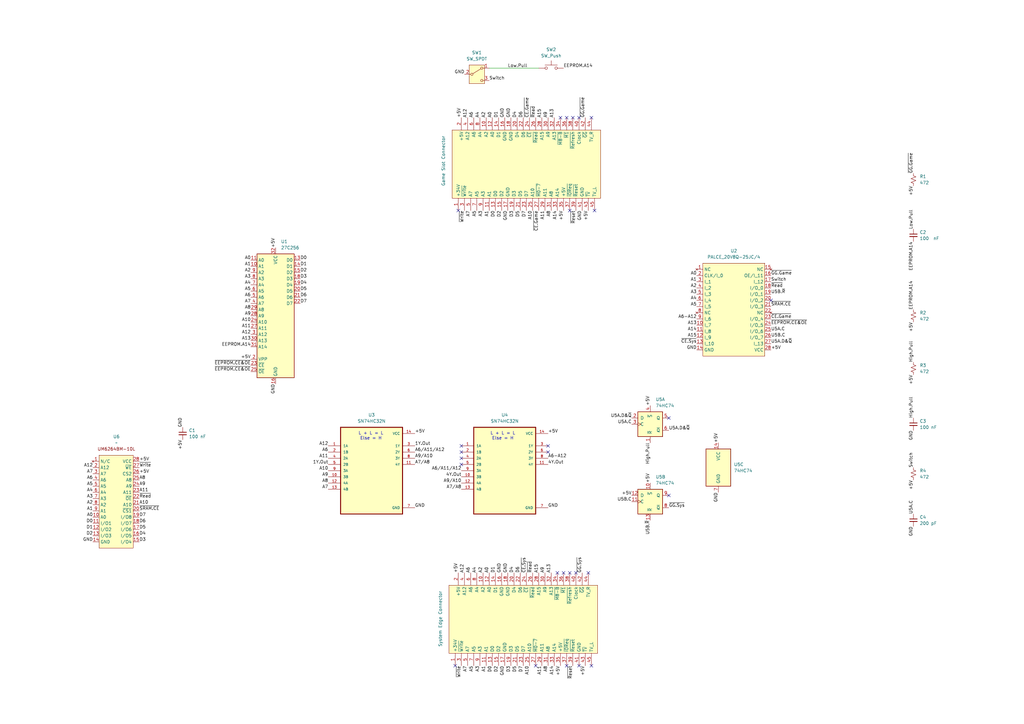
<source format=kicad_sch>
(kicad_sch
	(version 20231120)
	(generator "eeschema")
	(generator_version "8.0")
	(uuid "8095425a-4ff2-4845-b359-6a48439e2ab0")
	(paper "A3")
	(lib_symbols
		(symbol "74xx:74HC74"
			(pin_names
				(offset 1.016)
			)
			(exclude_from_sim no)
			(in_bom yes)
			(on_board yes)
			(property "Reference" "U"
				(at -7.62 8.89 0)
				(effects
					(font
						(size 1.27 1.27)
					)
				)
			)
			(property "Value" "74HC74"
				(at -7.62 -8.89 0)
				(effects
					(font
						(size 1.27 1.27)
					)
				)
			)
			(property "Footprint" ""
				(at 0 0 0)
				(effects
					(font
						(size 1.27 1.27)
					)
					(hide yes)
				)
			)
			(property "Datasheet" "74xx/74hc_hct74.pdf"
				(at 0 0 0)
				(effects
					(font
						(size 1.27 1.27)
					)
					(hide yes)
				)
			)
			(property "Description" "Dual D Flip-flop, Set & Reset"
				(at 0 0 0)
				(effects
					(font
						(size 1.27 1.27)
					)
					(hide yes)
				)
			)
			(property "ki_locked" ""
				(at 0 0 0)
				(effects
					(font
						(size 1.27 1.27)
					)
				)
			)
			(property "ki_keywords" "TTL DFF"
				(at 0 0 0)
				(effects
					(font
						(size 1.27 1.27)
					)
					(hide yes)
				)
			)
			(property "ki_fp_filters" "DIP*W7.62mm*"
				(at 0 0 0)
				(effects
					(font
						(size 1.27 1.27)
					)
					(hide yes)
				)
			)
			(symbol "74HC74_1_0"
				(pin input line
					(at 0 -7.62 90)
					(length 2.54)
					(name "~{R}"
						(effects
							(font
								(size 1.27 1.27)
							)
						)
					)
					(number "1"
						(effects
							(font
								(size 1.27 1.27)
							)
						)
					)
				)
				(pin input line
					(at -7.62 2.54 0)
					(length 2.54)
					(name "D"
						(effects
							(font
								(size 1.27 1.27)
							)
						)
					)
					(number "2"
						(effects
							(font
								(size 1.27 1.27)
							)
						)
					)
				)
				(pin input clock
					(at -7.62 0 0)
					(length 2.54)
					(name "C"
						(effects
							(font
								(size 1.27 1.27)
							)
						)
					)
					(number "3"
						(effects
							(font
								(size 1.27 1.27)
							)
						)
					)
				)
				(pin input line
					(at 0 7.62 270)
					(length 2.54)
					(name "~{S}"
						(effects
							(font
								(size 1.27 1.27)
							)
						)
					)
					(number "4"
						(effects
							(font
								(size 1.27 1.27)
							)
						)
					)
				)
				(pin output line
					(at 7.62 2.54 180)
					(length 2.54)
					(name "Q"
						(effects
							(font
								(size 1.27 1.27)
							)
						)
					)
					(number "5"
						(effects
							(font
								(size 1.27 1.27)
							)
						)
					)
				)
				(pin output line
					(at 7.62 -2.54 180)
					(length 2.54)
					(name "~{Q}"
						(effects
							(font
								(size 1.27 1.27)
							)
						)
					)
					(number "6"
						(effects
							(font
								(size 1.27 1.27)
							)
						)
					)
				)
			)
			(symbol "74HC74_1_1"
				(rectangle
					(start -5.08 5.08)
					(end 5.08 -5.08)
					(stroke
						(width 0.254)
						(type default)
					)
					(fill
						(type background)
					)
				)
			)
			(symbol "74HC74_2_0"
				(pin input line
					(at 0 7.62 270)
					(length 2.54)
					(name "~{S}"
						(effects
							(font
								(size 1.27 1.27)
							)
						)
					)
					(number "10"
						(effects
							(font
								(size 1.27 1.27)
							)
						)
					)
				)
				(pin input clock
					(at -7.62 0 0)
					(length 2.54)
					(name "C"
						(effects
							(font
								(size 1.27 1.27)
							)
						)
					)
					(number "11"
						(effects
							(font
								(size 1.27 1.27)
							)
						)
					)
				)
				(pin input line
					(at -7.62 2.54 0)
					(length 2.54)
					(name "D"
						(effects
							(font
								(size 1.27 1.27)
							)
						)
					)
					(number "12"
						(effects
							(font
								(size 1.27 1.27)
							)
						)
					)
				)
				(pin input line
					(at 0 -7.62 90)
					(length 2.54)
					(name "~{R}"
						(effects
							(font
								(size 1.27 1.27)
							)
						)
					)
					(number "13"
						(effects
							(font
								(size 1.27 1.27)
							)
						)
					)
				)
				(pin output line
					(at 7.62 -2.54 180)
					(length 2.54)
					(name "~{Q}"
						(effects
							(font
								(size 1.27 1.27)
							)
						)
					)
					(number "8"
						(effects
							(font
								(size 1.27 1.27)
							)
						)
					)
				)
				(pin output line
					(at 7.62 2.54 180)
					(length 2.54)
					(name "Q"
						(effects
							(font
								(size 1.27 1.27)
							)
						)
					)
					(number "9"
						(effects
							(font
								(size 1.27 1.27)
							)
						)
					)
				)
			)
			(symbol "74HC74_2_1"
				(rectangle
					(start -5.08 5.08)
					(end 5.08 -5.08)
					(stroke
						(width 0.254)
						(type default)
					)
					(fill
						(type background)
					)
				)
			)
			(symbol "74HC74_3_0"
				(pin power_in line
					(at 0 10.16 270)
					(length 2.54)
					(name "VCC"
						(effects
							(font
								(size 1.27 1.27)
							)
						)
					)
					(number "14"
						(effects
							(font
								(size 1.27 1.27)
							)
						)
					)
				)
				(pin power_in line
					(at 0 -10.16 90)
					(length 2.54)
					(name "GND"
						(effects
							(font
								(size 1.27 1.27)
							)
						)
					)
					(number "7"
						(effects
							(font
								(size 1.27 1.27)
							)
						)
					)
				)
			)
			(symbol "74HC74_3_1"
				(rectangle
					(start -5.08 7.62)
					(end 5.08 -7.62)
					(stroke
						(width 0.254)
						(type default)
					)
					(fill
						(type background)
					)
				)
			)
		)
		(symbol "Device:C_Small"
			(pin_numbers hide)
			(pin_names
				(offset 0.254) hide)
			(exclude_from_sim no)
			(in_bom yes)
			(on_board yes)
			(property "Reference" "C"
				(at 0.254 1.778 0)
				(effects
					(font
						(size 1.27 1.27)
					)
					(justify left)
				)
			)
			(property "Value" "C_Small"
				(at 0.254 -2.032 0)
				(effects
					(font
						(size 1.27 1.27)
					)
					(justify left)
				)
			)
			(property "Footprint" ""
				(at 0 0 0)
				(effects
					(font
						(size 1.27 1.27)
					)
					(hide yes)
				)
			)
			(property "Datasheet" "~"
				(at 0 0 0)
				(effects
					(font
						(size 1.27 1.27)
					)
					(hide yes)
				)
			)
			(property "Description" "Unpolarized capacitor, small symbol"
				(at 0 0 0)
				(effects
					(font
						(size 1.27 1.27)
					)
					(hide yes)
				)
			)
			(property "ki_keywords" "capacitor cap"
				(at 0 0 0)
				(effects
					(font
						(size 1.27 1.27)
					)
					(hide yes)
				)
			)
			(property "ki_fp_filters" "C_*"
				(at 0 0 0)
				(effects
					(font
						(size 1.27 1.27)
					)
					(hide yes)
				)
			)
			(symbol "C_Small_0_1"
				(polyline
					(pts
						(xy -1.524 -0.508) (xy 1.524 -0.508)
					)
					(stroke
						(width 0.3302)
						(type default)
					)
					(fill
						(type none)
					)
				)
				(polyline
					(pts
						(xy -1.524 0.508) (xy 1.524 0.508)
					)
					(stroke
						(width 0.3048)
						(type default)
					)
					(fill
						(type none)
					)
				)
			)
			(symbol "C_Small_1_1"
				(pin passive line
					(at 0 2.54 270)
					(length 2.032)
					(name "~"
						(effects
							(font
								(size 1.27 1.27)
							)
						)
					)
					(number "1"
						(effects
							(font
								(size 1.27 1.27)
							)
						)
					)
				)
				(pin passive line
					(at 0 -2.54 90)
					(length 2.032)
					(name "~"
						(effects
							(font
								(size 1.27 1.27)
							)
						)
					)
					(number "2"
						(effects
							(font
								(size 1.27 1.27)
							)
						)
					)
				)
			)
		)
		(symbol "Device:R_Small_US"
			(pin_numbers hide)
			(pin_names
				(offset 0.254) hide)
			(exclude_from_sim no)
			(in_bom yes)
			(on_board yes)
			(property "Reference" "R"
				(at 0.762 0.508 0)
				(effects
					(font
						(size 1.27 1.27)
					)
					(justify left)
				)
			)
			(property "Value" "R_Small_US"
				(at 0.762 -1.016 0)
				(effects
					(font
						(size 1.27 1.27)
					)
					(justify left)
				)
			)
			(property "Footprint" ""
				(at 0 0 0)
				(effects
					(font
						(size 1.27 1.27)
					)
					(hide yes)
				)
			)
			(property "Datasheet" "~"
				(at 0 0 0)
				(effects
					(font
						(size 1.27 1.27)
					)
					(hide yes)
				)
			)
			(property "Description" "Resistor, small US symbol"
				(at 0 0 0)
				(effects
					(font
						(size 1.27 1.27)
					)
					(hide yes)
				)
			)
			(property "ki_keywords" "r resistor"
				(at 0 0 0)
				(effects
					(font
						(size 1.27 1.27)
					)
					(hide yes)
				)
			)
			(property "ki_fp_filters" "R_*"
				(at 0 0 0)
				(effects
					(font
						(size 1.27 1.27)
					)
					(hide yes)
				)
			)
			(symbol "R_Small_US_1_1"
				(polyline
					(pts
						(xy 0 0) (xy 1.016 -0.381) (xy 0 -0.762) (xy -1.016 -1.143) (xy 0 -1.524)
					)
					(stroke
						(width 0)
						(type default)
					)
					(fill
						(type none)
					)
				)
				(polyline
					(pts
						(xy 0 1.524) (xy 1.016 1.143) (xy 0 0.762) (xy -1.016 0.381) (xy 0 0)
					)
					(stroke
						(width 0)
						(type default)
					)
					(fill
						(type none)
					)
				)
				(pin passive line
					(at 0 2.54 270)
					(length 1.016)
					(name "~"
						(effects
							(font
								(size 1.27 1.27)
							)
						)
					)
					(number "1"
						(effects
							(font
								(size 1.27 1.27)
							)
						)
					)
				)
				(pin passive line
					(at 0 -2.54 90)
					(length 1.016)
					(name "~"
						(effects
							(font
								(size 1.27 1.27)
							)
						)
					)
					(number "2"
						(effects
							(font
								(size 1.27 1.27)
							)
						)
					)
				)
			)
		)
		(symbol "GameBooster:SN74HC32N"
			(pin_names
				(offset 1.016)
			)
			(exclude_from_sim no)
			(in_bom yes)
			(on_board yes)
			(property "Reference" "U"
				(at -12.7 18.78 0)
				(effects
					(font
						(size 1.27 1.27)
					)
					(justify left bottom)
				)
			)
			(property "Value" "SN74HC32N"
				(at -12.7 -21.78 0)
				(effects
					(font
						(size 1.27 1.27)
					)
					(justify left bottom)
				)
			)
			(property "Footprint" "SN74HC32N:DIP794W45P254L1969H508Q14"
				(at 0 0 0)
				(effects
					(font
						(size 1.27 1.27)
					)
					(justify bottom)
					(hide yes)
				)
			)
			(property "Datasheet" ""
				(at 0 0 0)
				(effects
					(font
						(size 1.27 1.27)
					)
					(hide yes)
				)
			)
			(property "Description" ""
				(at 0 0 0)
				(effects
					(font
						(size 1.27 1.27)
					)
					(hide yes)
				)
			)
			(property "MF" "Texas Instruments"
				(at 0 0 0)
				(effects
					(font
						(size 1.27 1.27)
					)
					(justify bottom)
					(hide yes)
				)
			)
			(property "Description_1" "\n4-ch 2-input 2-V to 6-V 5.2 mA drive strength OR gate\n"
				(at 0 0 0)
				(effects
					(font
						(size 1.27 1.27)
					)
					(justify bottom)
					(hide yes)
				)
			)
			(property "Package" "PDIP-14 Texas Instruments"
				(at 0 0 0)
				(effects
					(font
						(size 1.27 1.27)
					)
					(justify bottom)
					(hide yes)
				)
			)
			(property "Price" "None"
				(at 0 0 0)
				(effects
					(font
						(size 1.27 1.27)
					)
					(justify bottom)
					(hide yes)
				)
			)
			(property "SnapEDA_Link" "https://www.snapeda.com/parts/SN74HC32N/Texas+Instruments/view-part/?ref=snap"
				(at 0 0 0)
				(effects
					(font
						(size 1.27 1.27)
					)
					(justify bottom)
					(hide yes)
				)
			)
			(property "MP" "SN74HC32N"
				(at 0 0 0)
				(effects
					(font
						(size 1.27 1.27)
					)
					(justify bottom)
					(hide yes)
				)
			)
			(property "Purchase-URL" "https://www.snapeda.com/api/url_track_click_mouser/?unipart_id=214096&manufacturer=Texas Instruments&part_name=SN74HC32N&search_term=None"
				(at 0 0 0)
				(effects
					(font
						(size 1.27 1.27)
					)
					(justify bottom)
					(hide yes)
				)
			)
			(property "Availability" "In Stock"
				(at 0 0 0)
				(effects
					(font
						(size 1.27 1.27)
					)
					(justify bottom)
					(hide yes)
				)
			)
			(property "Check_prices" "https://www.snapeda.com/parts/SN74HC32N/Texas+Instruments/view-part/?ref=eda"
				(at 0 0 0)
				(effects
					(font
						(size 1.27 1.27)
					)
					(justify bottom)
					(hide yes)
				)
			)
			(symbol "SN74HC32N_0_0"
				(rectangle
					(start -12.7 -17.78)
					(end 12.7 17.78)
					(stroke
						(width 0.41)
						(type default)
					)
					(fill
						(type background)
					)
				)
				(pin input line
					(at -17.78 10.16 0)
					(length 5.08)
					(name "1A"
						(effects
							(font
								(size 1.016 1.016)
							)
						)
					)
					(number "1"
						(effects
							(font
								(size 1.016 1.016)
							)
						)
					)
				)
				(pin input line
					(at -17.78 -2.54 0)
					(length 5.08)
					(name "3B"
						(effects
							(font
								(size 1.016 1.016)
							)
						)
					)
					(number "10"
						(effects
							(font
								(size 1.016 1.016)
							)
						)
					)
				)
				(pin output line
					(at 17.78 2.54 180)
					(length 5.08)
					(name "4Y"
						(effects
							(font
								(size 1.016 1.016)
							)
						)
					)
					(number "11"
						(effects
							(font
								(size 1.016 1.016)
							)
						)
					)
				)
				(pin input line
					(at -17.78 -5.08 0)
					(length 5.08)
					(name "4A"
						(effects
							(font
								(size 1.016 1.016)
							)
						)
					)
					(number "12"
						(effects
							(font
								(size 1.016 1.016)
							)
						)
					)
				)
				(pin input line
					(at -17.78 -7.62 0)
					(length 5.08)
					(name "4B"
						(effects
							(font
								(size 1.016 1.016)
							)
						)
					)
					(number "13"
						(effects
							(font
								(size 1.016 1.016)
							)
						)
					)
				)
				(pin power_in line
					(at 17.78 15.24 180)
					(length 5.08)
					(name "VCC"
						(effects
							(font
								(size 1.016 1.016)
							)
						)
					)
					(number "14"
						(effects
							(font
								(size 1.016 1.016)
							)
						)
					)
				)
				(pin input line
					(at -17.78 7.62 0)
					(length 5.08)
					(name "1B"
						(effects
							(font
								(size 1.016 1.016)
							)
						)
					)
					(number "2"
						(effects
							(font
								(size 1.016 1.016)
							)
						)
					)
				)
				(pin output line
					(at 17.78 10.16 180)
					(length 5.08)
					(name "1Y"
						(effects
							(font
								(size 1.016 1.016)
							)
						)
					)
					(number "3"
						(effects
							(font
								(size 1.016 1.016)
							)
						)
					)
				)
				(pin input line
					(at -17.78 5.08 0)
					(length 5.08)
					(name "2A"
						(effects
							(font
								(size 1.016 1.016)
							)
						)
					)
					(number "4"
						(effects
							(font
								(size 1.016 1.016)
							)
						)
					)
				)
				(pin input line
					(at -17.78 2.54 0)
					(length 5.08)
					(name "2B"
						(effects
							(font
								(size 1.016 1.016)
							)
						)
					)
					(number "5"
						(effects
							(font
								(size 1.016 1.016)
							)
						)
					)
				)
				(pin output line
					(at 17.78 7.62 180)
					(length 5.08)
					(name "2Y"
						(effects
							(font
								(size 1.016 1.016)
							)
						)
					)
					(number "6"
						(effects
							(font
								(size 1.016 1.016)
							)
						)
					)
				)
				(pin power_in line
					(at 17.78 -15.24 180)
					(length 5.08)
					(name "GND"
						(effects
							(font
								(size 1.016 1.016)
							)
						)
					)
					(number "7"
						(effects
							(font
								(size 1.016 1.016)
							)
						)
					)
				)
				(pin output line
					(at 17.78 5.08 180)
					(length 5.08)
					(name "3Y"
						(effects
							(font
								(size 1.016 1.016)
							)
						)
					)
					(number "8"
						(effects
							(font
								(size 1.016 1.016)
							)
						)
					)
				)
				(pin input line
					(at -17.78 0 0)
					(length 5.08)
					(name "3A"
						(effects
							(font
								(size 1.016 1.016)
							)
						)
					)
					(number "9"
						(effects
							(font
								(size 1.016 1.016)
							)
						)
					)
				)
			)
		)
		(symbol "GameGear:27C256"
			(exclude_from_sim no)
			(in_bom yes)
			(on_board yes)
			(property "Reference" "U1"
				(at 2.1941 30.48 0)
				(effects
					(font
						(size 1.27 1.27)
					)
					(justify left)
				)
			)
			(property "Value" "27C256"
				(at 2.1941 27.94 0)
				(effects
					(font
						(size 1.27 1.27)
					)
					(justify left)
				)
			)
			(property "Footprint" "REF1065:27C256"
				(at 4.318 41.402 0)
				(effects
					(font
						(size 1.27 1.27)
					)
					(hide yes)
				)
			)
			(property "Datasheet" "http://ww1.microchip.com/downloads/en/DeviceDoc/doc0014.pdf"
				(at 0.762 41.402 0)
				(effects
					(font
						(size 1.27 1.27)
					)
					(hide yes)
				)
			)
			(property "Description" "OTP EPROM 256 KiBit"
				(at 4.318 41.402 0)
				(effects
					(font
						(size 1.27 1.27)
					)
					(hide yes)
				)
			)
			(property "ki_keywords" "OTP EPROM 256 KiBit"
				(at 0 0 0)
				(effects
					(font
						(size 1.27 1.27)
					)
					(hide yes)
				)
			)
			(property "ki_fp_filters" "DIP*W15.24mm*"
				(at 0 0 0)
				(effects
					(font
						(size 1.27 1.27)
					)
					(hide yes)
				)
			)
			(symbol "27C256_1_1"
				(rectangle
					(start -7.62 25.4)
					(end 7.62 -25.4)
					(stroke
						(width 0.254)
						(type default)
					)
					(fill
						(type background)
					)
				)
				(pin input line
					(at -10.16 20.32 0)
					(length 2.54)
					(name "A1"
						(effects
							(font
								(size 1.27 1.27)
							)
						)
					)
					(number "10"
						(effects
							(font
								(size 1.27 1.27)
							)
						)
					)
				)
				(pin input line
					(at -10.16 22.86 0)
					(length 2.54)
					(name "A0"
						(effects
							(font
								(size 1.27 1.27)
							)
						)
					)
					(number "11"
						(effects
							(font
								(size 1.27 1.27)
							)
						)
					)
				)
				(pin tri_state line
					(at 10.16 22.86 180)
					(length 2.54)
					(name "D0"
						(effects
							(font
								(size 1.27 1.27)
							)
						)
					)
					(number "13"
						(effects
							(font
								(size 1.27 1.27)
							)
						)
					)
				)
				(pin tri_state line
					(at 10.16 20.32 180)
					(length 2.54)
					(name "D1"
						(effects
							(font
								(size 1.27 1.27)
							)
						)
					)
					(number "14"
						(effects
							(font
								(size 1.27 1.27)
							)
						)
					)
				)
				(pin tri_state line
					(at 10.16 17.78 180)
					(length 2.54)
					(name "D2"
						(effects
							(font
								(size 1.27 1.27)
							)
						)
					)
					(number "15"
						(effects
							(font
								(size 1.27 1.27)
							)
						)
					)
				)
				(pin power_in line
					(at 0 -27.94 90)
					(length 2.54)
					(name "GND"
						(effects
							(font
								(size 1.27 1.27)
							)
						)
					)
					(number "16"
						(effects
							(font
								(size 1.27 1.27)
							)
						)
					)
				)
				(pin tri_state line
					(at 10.16 15.24 180)
					(length 2.54)
					(name "D3"
						(effects
							(font
								(size 1.27 1.27)
							)
						)
					)
					(number "18"
						(effects
							(font
								(size 1.27 1.27)
							)
						)
					)
				)
				(pin tri_state line
					(at 10.16 12.7 180)
					(length 2.54)
					(name "D4"
						(effects
							(font
								(size 1.27 1.27)
							)
						)
					)
					(number "19"
						(effects
							(font
								(size 1.27 1.27)
							)
						)
					)
				)
				(pin input line
					(at -10.16 -17.78 0)
					(length 2.54)
					(name "VPP"
						(effects
							(font
								(size 1.27 1.27)
							)
						)
					)
					(number "2"
						(effects
							(font
								(size 1.27 1.27)
							)
						)
					)
				)
				(pin tri_state line
					(at 10.16 10.16 180)
					(length 2.54)
					(name "D5"
						(effects
							(font
								(size 1.27 1.27)
							)
						)
					)
					(number "20"
						(effects
							(font
								(size 1.27 1.27)
							)
						)
					)
				)
				(pin tri_state line
					(at 10.16 7.62 180)
					(length 2.54)
					(name "D6"
						(effects
							(font
								(size 1.27 1.27)
							)
						)
					)
					(number "21"
						(effects
							(font
								(size 1.27 1.27)
							)
						)
					)
				)
				(pin tri_state line
					(at 10.16 5.08 180)
					(length 2.54)
					(name "D7"
						(effects
							(font
								(size 1.27 1.27)
							)
						)
					)
					(number "22"
						(effects
							(font
								(size 1.27 1.27)
							)
						)
					)
				)
				(pin input line
					(at -10.16 -20.32 0)
					(length 2.54)
					(name "~{CE}"
						(effects
							(font
								(size 1.27 1.27)
							)
						)
					)
					(number "23"
						(effects
							(font
								(size 1.27 1.27)
							)
						)
					)
				)
				(pin input line
					(at -10.16 -2.54 0)
					(length 2.54)
					(name "A10"
						(effects
							(font
								(size 1.27 1.27)
							)
						)
					)
					(number "24"
						(effects
							(font
								(size 1.27 1.27)
							)
						)
					)
				)
				(pin input line
					(at -10.16 -22.86 0)
					(length 2.54)
					(name "~{OE}"
						(effects
							(font
								(size 1.27 1.27)
							)
						)
					)
					(number "25"
						(effects
							(font
								(size 1.27 1.27)
							)
						)
					)
				)
				(pin input line
					(at -10.16 -5.08 0)
					(length 2.54)
					(name "A11"
						(effects
							(font
								(size 1.27 1.27)
							)
						)
					)
					(number "27"
						(effects
							(font
								(size 1.27 1.27)
							)
						)
					)
				)
				(pin input line
					(at -10.16 0 0)
					(length 2.54)
					(name "A9"
						(effects
							(font
								(size 1.27 1.27)
							)
						)
					)
					(number "28"
						(effects
							(font
								(size 1.27 1.27)
							)
						)
					)
				)
				(pin input line
					(at -10.16 2.54 0)
					(length 2.54)
					(name "A8"
						(effects
							(font
								(size 1.27 1.27)
							)
						)
					)
					(number "29"
						(effects
							(font
								(size 1.27 1.27)
							)
						)
					)
				)
				(pin input line
					(at -10.16 -7.62 0)
					(length 2.54)
					(name "A12"
						(effects
							(font
								(size 1.27 1.27)
							)
						)
					)
					(number "3"
						(effects
							(font
								(size 1.27 1.27)
							)
						)
					)
				)
				(pin input line
					(at -10.16 -10.16 0)
					(length 2.54)
					(name "A13"
						(effects
							(font
								(size 1.27 1.27)
							)
						)
					)
					(number "30"
						(effects
							(font
								(size 1.27 1.27)
							)
						)
					)
				)
				(pin input line
					(at -10.16 -12.7 0)
					(length 2.54)
					(name "A14"
						(effects
							(font
								(size 1.27 1.27)
							)
						)
					)
					(number "31"
						(effects
							(font
								(size 1.27 1.27)
							)
						)
					)
				)
				(pin power_in line
					(at 0 27.94 270)
					(length 2.54)
					(name "VCC"
						(effects
							(font
								(size 1.27 1.27)
							)
						)
					)
					(number "32"
						(effects
							(font
								(size 1.27 1.27)
							)
						)
					)
				)
				(pin input line
					(at -10.16 5.08 0)
					(length 2.54)
					(name "A7"
						(effects
							(font
								(size 1.27 1.27)
							)
						)
					)
					(number "4"
						(effects
							(font
								(size 1.27 1.27)
							)
						)
					)
				)
				(pin input line
					(at -10.16 7.62 0)
					(length 2.54)
					(name "A6"
						(effects
							(font
								(size 1.27 1.27)
							)
						)
					)
					(number "5"
						(effects
							(font
								(size 1.27 1.27)
							)
						)
					)
				)
				(pin input line
					(at -10.16 10.16 0)
					(length 2.54)
					(name "A5"
						(effects
							(font
								(size 1.27 1.27)
							)
						)
					)
					(number "6"
						(effects
							(font
								(size 1.27 1.27)
							)
						)
					)
				)
				(pin input line
					(at -10.16 12.7 0)
					(length 2.54)
					(name "A4"
						(effects
							(font
								(size 1.27 1.27)
							)
						)
					)
					(number "7"
						(effects
							(font
								(size 1.27 1.27)
							)
						)
					)
				)
				(pin input line
					(at -10.16 15.24 0)
					(length 2.54)
					(name "A3"
						(effects
							(font
								(size 1.27 1.27)
							)
						)
					)
					(number "8"
						(effects
							(font
								(size 1.27 1.27)
							)
						)
					)
				)
				(pin input line
					(at -10.16 17.78 0)
					(length 2.54)
					(name "A2"
						(effects
							(font
								(size 1.27 1.27)
							)
						)
					)
					(number "9"
						(effects
							(font
								(size 1.27 1.27)
							)
						)
					)
				)
			)
		)
		(symbol "GameGear:GG_Slot"
			(exclude_from_sim no)
			(in_bom yes)
			(on_board yes)
			(property "Reference" "J1"
				(at 18.034 26.416 0)
				(effects
					(font
						(size 1.27 1.27)
					)
					(justify right)
					(hide yes)
				)
			)
			(property "Value" "System Edge Connector"
				(at 18.034 23.876 0)
				(effects
					(font
						(size 1.27 1.27)
					)
					(justify right)
				)
			)
			(property "Footprint" "REF1065:Lower Edge Connector"
				(at 0 0 0)
				(effects
					(font
						(size 1.27 1.27)
					)
					(hide yes)
				)
			)
			(property "Datasheet" ""
				(at 0 0 0)
				(effects
					(font
						(size 1.27 1.27)
					)
					(hide yes)
				)
			)
			(property "Description" ""
				(at 0 0 0)
				(effects
					(font
						(size 1.27 1.27)
					)
					(hide yes)
				)
			)
			(symbol "GG_Slot_1_1"
				(rectangle
					(start -7.62 20.32)
					(end 20.32 -40.64)
					(stroke
						(width 0.1524)
						(type default)
					)
					(fill
						(type background)
					)
				)
				(pin power_in line
					(at -12.7 17.78 0)
					(length 5.08)
					(name "+34V"
						(effects
							(font
								(size 1.27 1.27)
							)
						)
					)
					(number "1"
						(effects
							(font
								(size 1.27 1.27)
							)
						)
					)
				)
				(pin input line
					(at 25.4 6.35 180)
					(length 5.08)
					(name "A2"
						(effects
							(font
								(size 1.27 1.27)
							)
						)
					)
					(number "10"
						(effects
							(font
								(size 1.27 1.27)
							)
						)
					)
				)
				(pin input line
					(at -12.7 5.08 0)
					(length 5.08)
					(name "A1"
						(effects
							(font
								(size 1.27 1.27)
							)
						)
					)
					(number "11"
						(effects
							(font
								(size 1.27 1.27)
							)
						)
					)
				)
				(pin input line
					(at 25.4 3.81 180)
					(length 5.08)
					(name "A0"
						(effects
							(font
								(size 1.27 1.27)
							)
						)
					)
					(number "12"
						(effects
							(font
								(size 1.27 1.27)
							)
						)
					)
				)
				(pin bidirectional line
					(at -12.7 2.54 0)
					(length 5.08)
					(name "D0"
						(effects
							(font
								(size 1.27 1.27)
							)
						)
					)
					(number "13"
						(effects
							(font
								(size 1.27 1.27)
							)
						)
					)
				)
				(pin bidirectional line
					(at 25.4 1.27 180)
					(length 5.08)
					(name "D1"
						(effects
							(font
								(size 1.27 1.27)
							)
						)
					)
					(number "14"
						(effects
							(font
								(size 1.27 1.27)
							)
						)
					)
				)
				(pin bidirectional line
					(at -12.7 0 0)
					(length 5.08)
					(name "D2"
						(effects
							(font
								(size 1.27 1.27)
							)
						)
					)
					(number "15"
						(effects
							(font
								(size 1.27 1.27)
							)
						)
					)
				)
				(pin power_in line
					(at 25.4 -1.27 180)
					(length 5.08)
					(name "GND"
						(effects
							(font
								(size 1.27 1.27)
							)
						)
					)
					(number "16"
						(effects
							(font
								(size 1.27 1.27)
							)
						)
					)
				)
				(pin power_in line
					(at -12.7 -2.54 0)
					(length 5.08)
					(name "GND"
						(effects
							(font
								(size 1.27 1.27)
							)
						)
					)
					(number "17"
						(effects
							(font
								(size 1.27 1.27)
							)
						)
					)
				)
				(pin power_in line
					(at 25.4 -3.81 180)
					(length 5.08)
					(name "GND"
						(effects
							(font
								(size 1.27 1.27)
							)
						)
					)
					(number "18"
						(effects
							(font
								(size 1.27 1.27)
							)
						)
					)
				)
				(pin bidirectional line
					(at -12.7 -5.08 0)
					(length 5.08)
					(name "D3"
						(effects
							(font
								(size 1.27 1.27)
							)
						)
					)
					(number "19"
						(effects
							(font
								(size 1.27 1.27)
							)
						)
					)
				)
				(pin power_in line
					(at 25.4 16.51 180)
					(length 5.08)
					(name "+5V"
						(effects
							(font
								(size 1.27 1.27)
							)
						)
					)
					(number "2"
						(effects
							(font
								(size 1.27 1.27)
							)
						)
					)
				)
				(pin bidirectional line
					(at 25.4 -6.35 180)
					(length 5.08)
					(name "D4"
						(effects
							(font
								(size 1.27 1.27)
							)
						)
					)
					(number "20"
						(effects
							(font
								(size 1.27 1.27)
							)
						)
					)
				)
				(pin bidirectional line
					(at -12.7 -7.62 0)
					(length 5.08)
					(name "D5"
						(effects
							(font
								(size 1.27 1.27)
							)
						)
					)
					(number "21"
						(effects
							(font
								(size 1.27 1.27)
							)
						)
					)
				)
				(pin bidirectional line
					(at 25.4 -8.89 180)
					(length 5.08)
					(name "D6"
						(effects
							(font
								(size 1.27 1.27)
							)
						)
					)
					(number "22"
						(effects
							(font
								(size 1.27 1.27)
							)
						)
					)
				)
				(pin bidirectional line
					(at -12.7 -10.16 0)
					(length 5.08)
					(name "D7"
						(effects
							(font
								(size 1.27 1.27)
							)
						)
					)
					(number "23"
						(effects
							(font
								(size 1.27 1.27)
							)
						)
					)
				)
				(pin input line
					(at 25.4 -11.43 180)
					(length 5.08)
					(name "~{CE}"
						(effects
							(font
								(size 1.27 1.27)
							)
						)
					)
					(number "24"
						(effects
							(font
								(size 1.27 1.27)
							)
						)
					)
				)
				(pin input line
					(at -12.7 -12.7 0)
					(length 5.08)
					(name "A10"
						(effects
							(font
								(size 1.27 1.27)
							)
						)
					)
					(number "25"
						(effects
							(font
								(size 1.27 1.27)
							)
						)
					)
				)
				(pin input line
					(at 25.4 -13.97 180)
					(length 5.08)
					(name "~{Read}"
						(effects
							(font
								(size 1.27 1.27)
							)
						)
					)
					(number "26"
						(effects
							(font
								(size 1.27 1.27)
							)
						)
					)
				)
				(pin input line
					(at -12.7 -15.24 0)
					(length 5.08)
					(name "~{M0-7}"
						(effects
							(font
								(size 1.27 1.27)
							)
						)
					)
					(number "27"
						(effects
							(font
								(size 1.27 1.27)
							)
						)
					)
				)
				(pin input line
					(at 25.4 -16.51 180)
					(length 5.08)
					(name "A15"
						(effects
							(font
								(size 1.27 1.27)
							)
						)
					)
					(number "28"
						(effects
							(font
								(size 1.27 1.27)
							)
						)
					)
				)
				(pin input line
					(at -12.7 -17.78 0)
					(length 5.08)
					(name "A11"
						(effects
							(font
								(size 1.27 1.27)
							)
						)
					)
					(number "29"
						(effects
							(font
								(size 1.27 1.27)
							)
						)
					)
				)
				(pin input line
					(at -12.7 15.24 0)
					(length 5.08)
					(name "~{Write}"
						(effects
							(font
								(size 1.27 1.27)
							)
						)
					)
					(number "3"
						(effects
							(font
								(size 1.27 1.27)
							)
						)
					)
				)
				(pin input line
					(at 25.4 -19.05 180)
					(length 5.08)
					(name "A9"
						(effects
							(font
								(size 1.27 1.27)
							)
						)
					)
					(number "30"
						(effects
							(font
								(size 1.27 1.27)
							)
						)
					)
				)
				(pin input line
					(at -12.7 -20.32 0)
					(length 5.08)
					(name "A8"
						(effects
							(font
								(size 1.27 1.27)
							)
						)
					)
					(number "31"
						(effects
							(font
								(size 1.27 1.27)
							)
						)
					)
				)
				(pin input line
					(at 25.4 -21.59 180)
					(length 5.08)
					(name "A13"
						(effects
							(font
								(size 1.27 1.27)
							)
						)
					)
					(number "32"
						(effects
							(font
								(size 1.27 1.27)
							)
						)
					)
				)
				(pin input line
					(at -12.7 -22.86 0)
					(length 5.08)
					(name "A14"
						(effects
							(font
								(size 1.27 1.27)
							)
						)
					)
					(number "33"
						(effects
							(font
								(size 1.27 1.27)
							)
						)
					)
				)
				(pin input line
					(at 25.4 -24.13 180)
					(length 5.08)
					(name "~{M8-B}"
						(effects
							(font
								(size 1.27 1.27)
							)
						)
					)
					(number "34"
						(effects
							(font
								(size 1.27 1.27)
							)
						)
					)
				)
				(pin power_in line
					(at -12.7 -25.4 0)
					(length 5.08)
					(name "+5V"
						(effects
							(font
								(size 1.27 1.27)
							)
						)
					)
					(number "35"
						(effects
							(font
								(size 1.27 1.27)
							)
						)
					)
				)
				(pin input line
					(at 25.4 -26.67 180)
					(length 5.08)
					(name "~{M1}"
						(effects
							(font
								(size 1.27 1.27)
							)
						)
					)
					(number "36"
						(effects
							(font
								(size 1.27 1.27)
							)
						)
					)
				)
				(pin input line
					(at -12.7 -27.94 0)
					(length 5.08)
					(name "~{IOReq}"
						(effects
							(font
								(size 1.27 1.27)
							)
						)
					)
					(number "37"
						(effects
							(font
								(size 1.27 1.27)
							)
						)
					)
				)
				(pin input line
					(at 25.4 -29.21 180)
					(length 5.08)
					(name "~{Refresh}"
						(effects
							(font
								(size 1.27 1.27)
							)
						)
					)
					(number "38"
						(effects
							(font
								(size 1.27 1.27)
							)
						)
					)
				)
				(pin input line
					(at -12.7 -30.48 0)
					(length 5.08)
					(name "~{Reset}"
						(effects
							(font
								(size 1.27 1.27)
							)
						)
					)
					(number "39"
						(effects
							(font
								(size 1.27 1.27)
							)
						)
					)
				)
				(pin input line
					(at 25.4 13.97 180)
					(length 5.08)
					(name "A12"
						(effects
							(font
								(size 1.27 1.27)
							)
						)
					)
					(number "4"
						(effects
							(font
								(size 1.27 1.27)
							)
						)
					)
				)
				(pin input line
					(at 25.4 -31.75 180)
					(length 5.08)
					(name "Clock"
						(effects
							(font
								(size 1.27 1.27)
							)
						)
					)
					(number "40"
						(effects
							(font
								(size 1.27 1.27)
							)
						)
					)
				)
				(pin power_in line
					(at -12.7 -33.02 0)
					(length 5.08)
					(name "GND"
						(effects
							(font
								(size 1.27 1.27)
							)
						)
					)
					(number "41"
						(effects
							(font
								(size 1.27 1.27)
							)
						)
					)
				)
				(pin input line
					(at 25.4 -34.29 180)
					(length 5.08)
					(name "~{GG}"
						(effects
							(font
								(size 1.27 1.27)
							)
						)
					)
					(number "42"
						(effects
							(font
								(size 1.27 1.27)
							)
						)
					)
				)
				(pin input line
					(at -12.7 -35.56 0)
					(length 5.08)
					(name "~{TV}"
						(effects
							(font
								(size 1.27 1.27)
							)
						)
					)
					(number "43"
						(effects
							(font
								(size 1.27 1.27)
							)
						)
					)
				)
				(pin input line
					(at 25.4 -36.83 180)
					(length 5.08)
					(name "TV_R"
						(effects
							(font
								(size 1.27 1.27)
							)
						)
					)
					(number "44"
						(effects
							(font
								(size 1.27 1.27)
							)
						)
					)
				)
				(pin input line
					(at -12.7 -38.1 0)
					(length 5.08)
					(name "TV_L"
						(effects
							(font
								(size 1.27 1.27)
							)
						)
					)
					(number "45"
						(effects
							(font
								(size 1.27 1.27)
							)
						)
					)
				)
				(pin input line
					(at -12.7 12.7 0)
					(length 5.08)
					(name "A7"
						(effects
							(font
								(size 1.27 1.27)
							)
						)
					)
					(number "5"
						(effects
							(font
								(size 1.27 1.27)
							)
						)
					)
				)
				(pin input line
					(at 25.4 11.43 180)
					(length 5.08)
					(name "A6"
						(effects
							(font
								(size 1.27 1.27)
							)
						)
					)
					(number "6"
						(effects
							(font
								(size 1.27 1.27)
							)
						)
					)
				)
				(pin input line
					(at -12.7 10.16 0)
					(length 5.08)
					(name "A5"
						(effects
							(font
								(size 1.27 1.27)
							)
						)
					)
					(number "7"
						(effects
							(font
								(size 1.27 1.27)
							)
						)
					)
				)
				(pin input line
					(at 25.4 8.89 180)
					(length 5.08)
					(name "A4"
						(effects
							(font
								(size 1.27 1.27)
							)
						)
					)
					(number "8"
						(effects
							(font
								(size 1.27 1.27)
							)
						)
					)
				)
				(pin input line
					(at -12.7 7.62 0)
					(length 5.08)
					(name "A3"
						(effects
							(font
								(size 1.27 1.27)
							)
						)
					)
					(number "9"
						(effects
							(font
								(size 1.27 1.27)
							)
						)
					)
				)
			)
		)
		(symbol "GameGear:UM6264BM-10L"
			(exclude_from_sim no)
			(in_bom yes)
			(on_board yes)
			(property "Reference" "U"
				(at 9.398 -17.018 0)
				(effects
					(font
						(size 1.27 1.27)
					)
				)
			)
			(property "Value" ""
				(at 0 0 0)
				(effects
					(font
						(size 1.27 1.27)
					)
				)
			)
			(property "Footprint" ""
				(at 0 0 0)
				(effects
					(font
						(size 1.27 1.27)
					)
					(hide yes)
				)
			)
			(property "Datasheet" ""
				(at 0 0 0)
				(effects
					(font
						(size 1.27 1.27)
					)
					(hide yes)
				)
			)
			(property "Description" ""
				(at 0 0 0)
				(effects
					(font
						(size 1.27 1.27)
					)
					(hide yes)
				)
			)
			(symbol "UM6264BM-10L_0_0"
				(pin no_connect line
					(at 0 0 0)
					(length 2.54)
					(name "N/C"
						(effects
							(font
								(size 1.27 1.27)
							)
						)
					)
					(number "1"
						(effects
							(font
								(size 1.27 1.27)
							)
						)
					)
				)
				(pin input line
					(at 0 -22.86 0)
					(length 2.54)
					(name "A0"
						(effects
							(font
								(size 1.27 1.27)
							)
						)
					)
					(number "10"
						(effects
							(font
								(size 1.27 1.27)
							)
						)
					)
				)
				(pin bidirectional line
					(at 0 -25.4 0)
					(length 2.54)
					(name "I/O1"
						(effects
							(font
								(size 1.27 1.27)
							)
						)
					)
					(number "11"
						(effects
							(font
								(size 1.27 1.27)
							)
						)
					)
				)
				(pin bidirectional line
					(at 0 -27.94 0)
					(length 2.54)
					(name "I/O2"
						(effects
							(font
								(size 1.27 1.27)
							)
						)
					)
					(number "12"
						(effects
							(font
								(size 1.27 1.27)
							)
						)
					)
				)
				(pin bidirectional line
					(at 0 -30.48 0)
					(length 2.54)
					(name "I/O3"
						(effects
							(font
								(size 1.27 1.27)
							)
						)
					)
					(number "13"
						(effects
							(font
								(size 1.27 1.27)
							)
						)
					)
				)
				(pin power_in line
					(at 0 -33.02 0)
					(length 2.54)
					(name "GND"
						(effects
							(font
								(size 1.27 1.27)
							)
						)
					)
					(number "14"
						(effects
							(font
								(size 1.27 1.27)
							)
						)
					)
				)
				(pin bidirectional line
					(at 19.05 -33.02 180)
					(length 2.54)
					(name "I/O4"
						(effects
							(font
								(size 1.27 1.27)
							)
						)
					)
					(number "15"
						(effects
							(font
								(size 1.27 1.27)
							)
						)
					)
				)
				(pin bidirectional line
					(at 19.05 -30.48 180)
					(length 2.54)
					(name "I/O5"
						(effects
							(font
								(size 1.27 1.27)
							)
						)
					)
					(number "16"
						(effects
							(font
								(size 1.27 1.27)
							)
						)
					)
				)
				(pin bidirectional line
					(at 19.05 -27.94 180)
					(length 2.54)
					(name "I/O6"
						(effects
							(font
								(size 1.27 1.27)
							)
						)
					)
					(number "17"
						(effects
							(font
								(size 1.27 1.27)
							)
						)
					)
				)
				(pin bidirectional line
					(at 19.05 -25.4 180)
					(length 2.54)
					(name "I/O7"
						(effects
							(font
								(size 1.27 1.27)
							)
						)
					)
					(number "18"
						(effects
							(font
								(size 1.27 1.27)
							)
						)
					)
				)
				(pin bidirectional line
					(at 19.05 -22.86 180)
					(length 2.54)
					(name "I/O8"
						(effects
							(font
								(size 1.27 1.27)
							)
						)
					)
					(number "19"
						(effects
							(font
								(size 1.27 1.27)
							)
						)
					)
				)
				(pin input line
					(at 0 -2.54 0)
					(length 2.54)
					(name "A12"
						(effects
							(font
								(size 1.27 1.27)
							)
						)
					)
					(number "2"
						(effects
							(font
								(size 1.27 1.27)
							)
						)
					)
				)
				(pin input line
					(at 19.05 -20.32 180)
					(length 2.54)
					(name "~{CS1}"
						(effects
							(font
								(size 1.27 1.27)
							)
						)
					)
					(number "20"
						(effects
							(font
								(size 1.27 1.27)
							)
						)
					)
				)
				(pin input line
					(at 19.05 -17.78 180)
					(length 2.54)
					(name "A10"
						(effects
							(font
								(size 1.27 1.27)
							)
						)
					)
					(number "21"
						(effects
							(font
								(size 1.27 1.27)
							)
						)
					)
				)
				(pin input line
					(at 19.05 -15.24 180)
					(length 2.54)
					(name "~{OE}"
						(effects
							(font
								(size 1.27 1.27)
							)
						)
					)
					(number "22"
						(effects
							(font
								(size 1.27 1.27)
							)
						)
					)
				)
				(pin input line
					(at 19.05 -12.7 180)
					(length 2.54)
					(name "A11"
						(effects
							(font
								(size 1.27 1.27)
							)
						)
					)
					(number "23"
						(effects
							(font
								(size 1.27 1.27)
							)
						)
					)
				)
				(pin input line
					(at 19.05 -10.16 180)
					(length 2.54)
					(name "A9"
						(effects
							(font
								(size 1.27 1.27)
							)
						)
					)
					(number "24"
						(effects
							(font
								(size 1.27 1.27)
							)
						)
					)
				)
				(pin input line
					(at 19.05 -7.62 180)
					(length 2.54)
					(name "A8"
						(effects
							(font
								(size 1.27 1.27)
							)
						)
					)
					(number "25"
						(effects
							(font
								(size 1.27 1.27)
							)
						)
					)
				)
				(pin input line
					(at 19.05 -5.08 180)
					(length 2.54)
					(name "CS2"
						(effects
							(font
								(size 1.27 1.27)
							)
						)
					)
					(number "26"
						(effects
							(font
								(size 1.27 1.27)
							)
						)
					)
				)
				(pin input line
					(at 19.05 -2.54 180)
					(length 2.54)
					(name "~{WE}"
						(effects
							(font
								(size 1.27 1.27)
							)
						)
					)
					(number "27"
						(effects
							(font
								(size 1.27 1.27)
							)
						)
					)
				)
				(pin power_in line
					(at 19.05 0 180)
					(length 2.54)
					(name "VCC"
						(effects
							(font
								(size 1.27 1.27)
							)
						)
					)
					(number "28"
						(effects
							(font
								(size 1.27 1.27)
							)
						)
					)
				)
				(pin input line
					(at 0 -5.08 0)
					(length 2.54)
					(name "A7"
						(effects
							(font
								(size 1.27 1.27)
							)
						)
					)
					(number "3"
						(effects
							(font
								(size 1.27 1.27)
							)
						)
					)
				)
				(pin input line
					(at 0 -7.62 0)
					(length 2.54)
					(name "A6"
						(effects
							(font
								(size 1.27 1.27)
							)
						)
					)
					(number "4"
						(effects
							(font
								(size 1.27 1.27)
							)
						)
					)
				)
				(pin input line
					(at 0 -10.16 0)
					(length 2.54)
					(name "A5"
						(effects
							(font
								(size 1.27 1.27)
							)
						)
					)
					(number "5"
						(effects
							(font
								(size 1.27 1.27)
							)
						)
					)
				)
				(pin input line
					(at 0 -12.7 0)
					(length 2.54)
					(name "A4"
						(effects
							(font
								(size 1.27 1.27)
							)
						)
					)
					(number "6"
						(effects
							(font
								(size 1.27 1.27)
							)
						)
					)
				)
				(pin input line
					(at 0 -15.24 0)
					(length 2.54)
					(name "A3"
						(effects
							(font
								(size 1.27 1.27)
							)
						)
					)
					(number "7"
						(effects
							(font
								(size 1.27 1.27)
							)
						)
					)
				)
				(pin input line
					(at 0 -17.78 0)
					(length 2.54)
					(name "A2"
						(effects
							(font
								(size 1.27 1.27)
							)
						)
					)
					(number "8"
						(effects
							(font
								(size 1.27 1.27)
							)
						)
					)
				)
				(pin input line
					(at 0 -20.32 0)
					(length 2.54)
					(name "A1"
						(effects
							(font
								(size 1.27 1.27)
							)
						)
					)
					(number "9"
						(effects
							(font
								(size 1.27 1.27)
							)
						)
					)
				)
			)
			(symbol "UM6264BM-10L_1_1"
				(rectangle
					(start 2.54 2.54)
					(end 16.51 -35.56)
					(stroke
						(width 0)
						(type default)
					)
					(fill
						(type background)
					)
				)
				(text "UM6264BM-10L"
					(at 9.652 5.08 0)
					(effects
						(font
							(size 1.27 1.27)
						)
					)
				)
			)
		)
		(symbol "REF1326:PALCE_20V8H-25JC/4"
			(exclude_from_sim no)
			(in_bom yes)
			(on_board yes)
			(property "Reference" "U2"
				(at 0 20.32 0)
				(effects
					(font
						(size 1.27 1.27)
					)
				)
			)
			(property "Value" "PALCE_20V8Q-25JC/4"
				(at 0 17.78 0)
				(effects
					(font
						(size 1.27 1.27)
					)
				)
			)
			(property "Footprint" "REF1326:PALCE 20V8H-25JC-4"
				(at 0 0 0)
				(effects
					(font
						(size 1.27 1.27)
					)
					(hide yes)
				)
			)
			(property "Datasheet" ""
				(at 0 0 0)
				(effects
					(font
						(size 1.27 1.27)
					)
					(hide yes)
				)
			)
			(property "Description" ""
				(at 0 0 0)
				(effects
					(font
						(size 1.27 1.27)
					)
					(hide yes)
				)
			)
			(symbol "PALCE_20V8H-25JC/4_1_0"
				(rectangle
					(start -12.7 15.24)
					(end 12.7 -22.86)
					(stroke
						(width 0)
						(type default)
					)
					(fill
						(type background)
					)
				)
			)
			(symbol "PALCE_20V8H-25JC/4_1_1"
				(pin no_connect line
					(at -15.24 12.7 0)
					(length 2.54)
					(name "NC"
						(effects
							(font
								(size 1.27 1.27)
							)
						)
					)
					(number "1"
						(effects
							(font
								(size 1.27 1.27)
							)
						)
					)
				)
				(pin bidirectional line
					(at -15.24 -10.16 0)
					(length 2.54)
					(name "I_7"
						(effects
							(font
								(size 1.27 1.27)
							)
						)
					)
					(number "10"
						(effects
							(font
								(size 1.27 1.27)
							)
						)
					)
				)
				(pin bidirectional line
					(at -15.24 -12.7 0)
					(length 2.54)
					(name "I_8"
						(effects
							(font
								(size 1.27 1.27)
							)
						)
					)
					(number "11"
						(effects
							(font
								(size 1.27 1.27)
							)
						)
					)
				)
				(pin bidirectional line
					(at -15.24 -15.24 0)
					(length 2.54)
					(name "I_9"
						(effects
							(font
								(size 1.27 1.27)
							)
						)
					)
					(number "12"
						(effects
							(font
								(size 1.27 1.27)
							)
						)
					)
				)
				(pin bidirectional line
					(at -15.24 -17.78 0)
					(length 2.54)
					(name "I_10"
						(effects
							(font
								(size 1.27 1.27)
							)
						)
					)
					(number "13"
						(effects
							(font
								(size 1.27 1.27)
							)
						)
					)
				)
				(pin bidirectional line
					(at -15.24 -20.32 0)
					(length 2.54)
					(name "GND"
						(effects
							(font
								(size 1.27 1.27)
							)
						)
					)
					(number "14"
						(effects
							(font
								(size 1.27 1.27)
							)
						)
					)
				)
				(pin no_connect line
					(at 15.24 12.7 180)
					(length 2.54)
					(name "NC"
						(effects
							(font
								(size 1.27 1.27)
							)
						)
					)
					(number "15"
						(effects
							(font
								(size 1.27 1.27)
							)
						)
					)
				)
				(pin bidirectional line
					(at 15.24 10.16 180)
					(length 2.54)
					(name "OE/I_11"
						(effects
							(font
								(size 1.27 1.27)
							)
						)
					)
					(number "16"
						(effects
							(font
								(size 1.27 1.27)
							)
						)
					)
				)
				(pin bidirectional line
					(at 15.24 7.62 180)
					(length 2.54)
					(name "I_12"
						(effects
							(font
								(size 1.27 1.27)
							)
						)
					)
					(number "17"
						(effects
							(font
								(size 1.27 1.27)
							)
						)
					)
				)
				(pin bidirectional line
					(at 15.24 5.08 180)
					(length 2.54)
					(name "I/O_0"
						(effects
							(font
								(size 1.27 1.27)
							)
						)
					)
					(number "18"
						(effects
							(font
								(size 1.27 1.27)
							)
						)
					)
				)
				(pin bidirectional line
					(at 15.24 2.54 180)
					(length 2.54)
					(name "I/O_1"
						(effects
							(font
								(size 1.27 1.27)
							)
						)
					)
					(number "19"
						(effects
							(font
								(size 1.27 1.27)
							)
						)
					)
				)
				(pin bidirectional line
					(at -15.24 10.16 0)
					(length 2.54)
					(name "CLK/I_0"
						(effects
							(font
								(size 1.27 1.27)
							)
						)
					)
					(number "2"
						(effects
							(font
								(size 1.27 1.27)
							)
						)
					)
				)
				(pin bidirectional line
					(at 15.24 0 180)
					(length 2.54)
					(name "I/O_2"
						(effects
							(font
								(size 1.27 1.27)
							)
						)
					)
					(number "20"
						(effects
							(font
								(size 1.27 1.27)
							)
						)
					)
				)
				(pin bidirectional line
					(at 15.24 -2.54 180)
					(length 2.54)
					(name "I/O_3"
						(effects
							(font
								(size 1.27 1.27)
							)
						)
					)
					(number "21"
						(effects
							(font
								(size 1.27 1.27)
							)
						)
					)
				)
				(pin no_connect line
					(at 15.24 -5.08 180)
					(length 2.54)
					(name "NC"
						(effects
							(font
								(size 1.27 1.27)
							)
						)
					)
					(number "22"
						(effects
							(font
								(size 1.27 1.27)
							)
						)
					)
				)
				(pin bidirectional line
					(at 15.24 -7.62 180)
					(length 2.54)
					(name "I/O_4"
						(effects
							(font
								(size 1.27 1.27)
							)
						)
					)
					(number "23"
						(effects
							(font
								(size 1.27 1.27)
							)
						)
					)
				)
				(pin bidirectional line
					(at 15.24 -10.16 180)
					(length 2.54)
					(name "I/O_5"
						(effects
							(font
								(size 1.27 1.27)
							)
						)
					)
					(number "24"
						(effects
							(font
								(size 1.27 1.27)
							)
						)
					)
				)
				(pin bidirectional line
					(at 15.24 -12.7 180)
					(length 2.54)
					(name "I/O_6"
						(effects
							(font
								(size 1.27 1.27)
							)
						)
					)
					(number "25"
						(effects
							(font
								(size 1.27 1.27)
							)
						)
					)
				)
				(pin bidirectional line
					(at 15.24 -15.24 180)
					(length 2.54)
					(name "I/O_7"
						(effects
							(font
								(size 1.27 1.27)
							)
						)
					)
					(number "26"
						(effects
							(font
								(size 1.27 1.27)
							)
						)
					)
				)
				(pin bidirectional line
					(at 15.24 -17.78 180)
					(length 2.54)
					(name "I_13"
						(effects
							(font
								(size 1.27 1.27)
							)
						)
					)
					(number "27"
						(effects
							(font
								(size 1.27 1.27)
							)
						)
					)
				)
				(pin bidirectional line
					(at 15.24 -20.32 180)
					(length 2.54)
					(name "VCC"
						(effects
							(font
								(size 1.27 1.27)
							)
						)
					)
					(number "28"
						(effects
							(font
								(size 1.27 1.27)
							)
						)
					)
				)
				(pin bidirectional line
					(at -15.24 7.62 0)
					(length 2.54)
					(name "I_1"
						(effects
							(font
								(size 1.27 1.27)
							)
						)
					)
					(number "3"
						(effects
							(font
								(size 1.27 1.27)
							)
						)
					)
				)
				(pin bidirectional line
					(at -15.24 5.08 0)
					(length 2.54)
					(name "I_2"
						(effects
							(font
								(size 1.27 1.27)
							)
						)
					)
					(number "4"
						(effects
							(font
								(size 1.27 1.27)
							)
						)
					)
				)
				(pin bidirectional line
					(at -15.24 2.54 0)
					(length 2.54)
					(name "I_3"
						(effects
							(font
								(size 1.27 1.27)
							)
						)
					)
					(number "5"
						(effects
							(font
								(size 1.27 1.27)
							)
						)
					)
				)
				(pin bidirectional line
					(at -15.24 0 0)
					(length 2.54)
					(name "I_4"
						(effects
							(font
								(size 1.27 1.27)
							)
						)
					)
					(number "6"
						(effects
							(font
								(size 1.27 1.27)
							)
						)
					)
				)
				(pin bidirectional line
					(at -15.24 -2.54 0)
					(length 2.54)
					(name "I_5"
						(effects
							(font
								(size 1.27 1.27)
							)
						)
					)
					(number "7"
						(effects
							(font
								(size 1.27 1.27)
							)
						)
					)
				)
				(pin no_connect line
					(at -15.24 -5.08 0)
					(length 2.54)
					(name "NC"
						(effects
							(font
								(size 1.27 1.27)
							)
						)
					)
					(number "8"
						(effects
							(font
								(size 1.27 1.27)
							)
						)
					)
				)
				(pin bidirectional line
					(at -15.24 -7.62 0)
					(length 2.54)
					(name "I_6"
						(effects
							(font
								(size 1.27 1.27)
							)
						)
					)
					(number "9"
						(effects
							(font
								(size 1.27 1.27)
							)
						)
					)
				)
			)
		)
		(symbol "Switch:SW_Push"
			(pin_numbers hide)
			(pin_names
				(offset 1.016) hide)
			(exclude_from_sim no)
			(in_bom yes)
			(on_board yes)
			(property "Reference" "SW"
				(at 1.27 2.54 0)
				(effects
					(font
						(size 1.27 1.27)
					)
					(justify left)
				)
			)
			(property "Value" "SW_Push"
				(at 0 -1.524 0)
				(effects
					(font
						(size 1.27 1.27)
					)
				)
			)
			(property "Footprint" ""
				(at 0 5.08 0)
				(effects
					(font
						(size 1.27 1.27)
					)
					(hide yes)
				)
			)
			(property "Datasheet" "~"
				(at 0 5.08 0)
				(effects
					(font
						(size 1.27 1.27)
					)
					(hide yes)
				)
			)
			(property "Description" "Push button switch, generic, two pins"
				(at 0 0 0)
				(effects
					(font
						(size 1.27 1.27)
					)
					(hide yes)
				)
			)
			(property "ki_keywords" "switch normally-open pushbutton push-button"
				(at 0 0 0)
				(effects
					(font
						(size 1.27 1.27)
					)
					(hide yes)
				)
			)
			(symbol "SW_Push_0_1"
				(circle
					(center -2.032 0)
					(radius 0.508)
					(stroke
						(width 0)
						(type default)
					)
					(fill
						(type none)
					)
				)
				(polyline
					(pts
						(xy 0 1.27) (xy 0 3.048)
					)
					(stroke
						(width 0)
						(type default)
					)
					(fill
						(type none)
					)
				)
				(polyline
					(pts
						(xy 2.54 1.27) (xy -2.54 1.27)
					)
					(stroke
						(width 0)
						(type default)
					)
					(fill
						(type none)
					)
				)
				(circle
					(center 2.032 0)
					(radius 0.508)
					(stroke
						(width 0)
						(type default)
					)
					(fill
						(type none)
					)
				)
				(pin passive line
					(at -5.08 0 0)
					(length 2.54)
					(name "1"
						(effects
							(font
								(size 1.27 1.27)
							)
						)
					)
					(number "1"
						(effects
							(font
								(size 1.27 1.27)
							)
						)
					)
				)
				(pin passive line
					(at 5.08 0 180)
					(length 2.54)
					(name "2"
						(effects
							(font
								(size 1.27 1.27)
							)
						)
					)
					(number "2"
						(effects
							(font
								(size 1.27 1.27)
							)
						)
					)
				)
			)
		)
		(symbol "Switch:SW_SPDT"
			(pin_names
				(offset 0) hide)
			(exclude_from_sim no)
			(in_bom yes)
			(on_board yes)
			(property "Reference" "SW"
				(at 0 5.08 0)
				(effects
					(font
						(size 1.27 1.27)
					)
				)
			)
			(property "Value" "SW_SPDT"
				(at 0 -5.08 0)
				(effects
					(font
						(size 1.27 1.27)
					)
				)
			)
			(property "Footprint" ""
				(at 0 0 0)
				(effects
					(font
						(size 1.27 1.27)
					)
					(hide yes)
				)
			)
			(property "Datasheet" "~"
				(at 0 -7.62 0)
				(effects
					(font
						(size 1.27 1.27)
					)
					(hide yes)
				)
			)
			(property "Description" "Switch, single pole double throw"
				(at 0 0 0)
				(effects
					(font
						(size 1.27 1.27)
					)
					(hide yes)
				)
			)
			(property "ki_keywords" "switch single-pole double-throw spdt ON-ON"
				(at 0 0 0)
				(effects
					(font
						(size 1.27 1.27)
					)
					(hide yes)
				)
			)
			(symbol "SW_SPDT_0_1"
				(circle
					(center -2.032 0)
					(radius 0.4572)
					(stroke
						(width 0)
						(type default)
					)
					(fill
						(type none)
					)
				)
				(polyline
					(pts
						(xy -1.651 0.254) (xy 1.651 2.286)
					)
					(stroke
						(width 0)
						(type default)
					)
					(fill
						(type none)
					)
				)
				(circle
					(center 2.032 -2.54)
					(radius 0.4572)
					(stroke
						(width 0)
						(type default)
					)
					(fill
						(type none)
					)
				)
				(circle
					(center 2.032 2.54)
					(radius 0.4572)
					(stroke
						(width 0)
						(type default)
					)
					(fill
						(type none)
					)
				)
			)
			(symbol "SW_SPDT_1_1"
				(rectangle
					(start -3.175 3.81)
					(end 3.175 -3.81)
					(stroke
						(width 0)
						(type default)
					)
					(fill
						(type background)
					)
				)
				(pin passive line
					(at 5.08 2.54 180)
					(length 2.54)
					(name "A"
						(effects
							(font
								(size 1.27 1.27)
							)
						)
					)
					(number "1"
						(effects
							(font
								(size 1.27 1.27)
							)
						)
					)
				)
				(pin passive line
					(at -5.08 0 0)
					(length 2.54)
					(name "B"
						(effects
							(font
								(size 1.27 1.27)
							)
						)
					)
					(number "2"
						(effects
							(font
								(size 1.27 1.27)
							)
						)
					)
				)
				(pin passive line
					(at 5.08 -2.54 180)
					(length 2.54)
					(name "C"
						(effects
							(font
								(size 1.27 1.27)
							)
						)
					)
					(number "3"
						(effects
							(font
								(size 1.27 1.27)
							)
						)
					)
				)
			)
		)
	)
	(no_connect
		(at 316.23 123.19)
		(uuid "203c6fea-747c-4297-902c-51d1a8c838df")
	)
	(no_connect
		(at 231.14 234.95)
		(uuid "24e3e067-d626-474e-b388-9be09f9e7002")
	)
	(no_connect
		(at 229.87 48.26)
		(uuid "2e11da62-80c8-4c40-8091-e80d1c1adf5a")
	)
	(no_connect
		(at 242.57 273.05)
		(uuid "2ea8508a-cbf2-4bad-b964-ef88f4557343")
	)
	(no_connect
		(at 233.68 86.36)
		(uuid "413b5532-1b8b-48e2-a2d7-848ef6a8ea59")
	)
	(no_connect
		(at 186.69 273.05)
		(uuid "50575c6a-8c5f-4e35-a228-f54ce767456b")
	)
	(no_connect
		(at 237.49 48.26)
		(uuid "538de639-f201-45dc-b38d-40cd1859d800")
	)
	(no_connect
		(at 274.32 203.2)
		(uuid "5460fe65-1ddd-4c08-bac6-fe4d806e72d2")
	)
	(no_connect
		(at 233.68 234.95)
		(uuid "5dcb56a2-3af7-4600-a9ba-a75e3a2af778")
	)
	(no_connect
		(at 189.23 182.88)
		(uuid "64d787cf-076b-4b75-87fe-3d1a6d220e54")
	)
	(no_connect
		(at 189.23 185.42)
		(uuid "7f5b5eeb-b841-4518-b870-b95e1c76c0cf")
	)
	(no_connect
		(at 219.71 273.05)
		(uuid "8653b755-8cb3-474f-a014-126960d3fc4b")
	)
	(no_connect
		(at 234.95 48.26)
		(uuid "88e1d0c2-72d3-444e-bda2-1828ba0d74f1")
	)
	(no_connect
		(at 224.79 182.88)
		(uuid "9087b8a4-5e85-49c6-af62-fa9eccff886e")
	)
	(no_connect
		(at 243.84 86.36)
		(uuid "94baa0ae-683f-4dda-9fd2-fdbf98951388")
	)
	(no_connect
		(at 228.6 234.95)
		(uuid "98e0a87d-bf20-4587-b134-5ef4ac9cad9d")
	)
	(no_connect
		(at 187.96 86.36)
		(uuid "9b491909-b14d-4934-8857-190d95703a57")
	)
	(no_connect
		(at 237.49 273.05)
		(uuid "9bb9d20d-10e8-4dbe-8173-e9194a8b6c55")
	)
	(no_connect
		(at 236.22 234.95)
		(uuid "9c853c88-ab3f-4b80-92ac-8f992e0c5968")
	)
	(no_connect
		(at 232.41 273.05)
		(uuid "abfbd4f1-85b0-457a-8459-06ed507368ba")
	)
	(no_connect
		(at 241.3 234.95)
		(uuid "b3e45f85-8792-47ea-9d05-41e9859bc012")
	)
	(no_connect
		(at 274.32 171.45)
		(uuid "ba36c056-63ff-4f1c-b5ef-2bb6d4996502")
	)
	(no_connect
		(at 224.79 185.42)
		(uuid "be19bbe1-369a-4504-a53a-91811f1b2f4c")
	)
	(no_connect
		(at 242.57 48.26)
		(uuid "cc580f7b-3cb9-41b8-8cd7-234a95df5401")
	)
	(no_connect
		(at 189.23 187.96)
		(uuid "e43c49cc-15c5-4575-869a-88f1b1a4ab71")
	)
	(no_connect
		(at 232.41 48.26)
		(uuid "eb5268ac-ba43-41ae-b4b8-91969078235b")
	)
	(no_connect
		(at 189.23 190.5)
		(uuid "f89067ab-987c-405f-87c7-2efeae336e66")
	)
	(wire
		(pts
			(xy 200.66 27.94) (xy 220.98 27.94)
		)
		(stroke
			(width 0)
			(type default)
		)
		(uuid "83723707-27e3-4156-adb4-2ea9dbc0dabd")
	)
	(text "L + L = L\nElse = H"
		(exclude_from_sim no)
		(at 152.146 178.816 0)
		(effects
			(font
				(size 1.27 1.27)
			)
		)
		(uuid "9dabd896-2260-4983-9167-4b15322595cd")
	)
	(text "L + L = L\nElse = H"
		(exclude_from_sim no)
		(at 206.248 178.816 0)
		(effects
			(font
				(size 1.27 1.27)
			)
		)
		(uuid "caca1bd8-9ac2-4b5e-99e1-2085cbaf5030")
	)
	(label "A15"
		(at 285.75 138.43 180)
		(fields_autoplaced yes)
		(effects
			(font
				(size 1.27 1.27)
			)
			(justify right bottom)
		)
		(uuid "00dad243-9070-4101-884e-d4b82bae0893")
	)
	(label "GND"
		(at 38.1 222.25 180)
		(fields_autoplaced yes)
		(effects
			(font
				(size 1.27 1.27)
			)
			(justify right bottom)
		)
		(uuid "01be7547-84a2-40c1-8b6e-08d4125d8ad3")
	)
	(label "A10"
		(at 57.15 207.01 0)
		(fields_autoplaced yes)
		(effects
			(font
				(size 1.27 1.27)
			)
			(justify left bottom)
		)
		(uuid "022727b4-7bbb-4276-a1fe-235f50625a33")
	)
	(label "A6{slash}A11{slash}A12"
		(at 170.18 185.42 0)
		(fields_autoplaced yes)
		(effects
			(font
				(size 1.27 1.27)
			)
			(justify left bottom)
		)
		(uuid "0244c2ea-98ea-41f0-9509-79c1ced78621")
	)
	(label "GND"
		(at 238.76 86.36 270)
		(fields_autoplaced yes)
		(effects
			(font
				(size 1.27 1.27)
			)
			(justify right bottom)
		)
		(uuid "02cea3a8-7b1b-47d3-a1d9-b338d040ec0e")
	)
	(label "A7"
		(at 38.1 194.31 180)
		(fields_autoplaced yes)
		(effects
			(font
				(size 1.27 1.27)
			)
			(justify right bottom)
		)
		(uuid "0411d203-c7b5-47a3-bfdd-28d680ec090b")
	)
	(label "D4"
		(at 123.19 116.84 0)
		(fields_autoplaced yes)
		(effects
			(font
				(size 1.27 1.27)
			)
			(justify left bottom)
		)
		(uuid "065d5a07-b88c-4c5f-8ffa-1f6c5f049ce0")
	)
	(label "High.Pull"
		(at 374.65 148.59 90)
		(fields_autoplaced yes)
		(effects
			(font
				(size 1.27 1.27)
			)
			(justify left bottom)
		)
		(uuid "073f851b-7a50-4f43-a1da-6395759a554d")
	)
	(label "A10"
		(at 217.17 273.05 270)
		(fields_autoplaced yes)
		(effects
			(font
				(size 1.27 1.27)
			)
			(justify right bottom)
		)
		(uuid "0953f68e-c376-4dc2-b355-273c0243e566")
	)
	(label "D7"
		(at 123.19 124.46 0)
		(fields_autoplaced yes)
		(effects
			(font
				(size 1.27 1.27)
			)
			(justify left bottom)
		)
		(uuid "09583604-6cbe-4f42-8116-813c88581ee4")
	)
	(label "Low.Pull"
		(at 208.28 27.94 0)
		(fields_autoplaced yes)
		(effects
			(font
				(size 1.27 1.27)
			)
			(justify left bottom)
		)
		(uuid "0ac4a5a6-2ba4-4745-b4a9-a08231369521")
	)
	(label "~{Write}"
		(at 189.23 273.05 270)
		(fields_autoplaced yes)
		(effects
			(font
				(size 1.27 1.27)
			)
			(justify right bottom)
		)
		(uuid "0c3ad98d-29ab-4e7c-89c3-cc922b001652")
	)
	(label "A5"
		(at 194.31 273.05 270)
		(fields_autoplaced yes)
		(effects
			(font
				(size 1.27 1.27)
			)
			(justify right bottom)
		)
		(uuid "0f910cde-33fa-40f1-a0cb-9a49d6aed156")
	)
	(label "+5V"
		(at 266.7 198.12 90)
		(fields_autoplaced yes)
		(effects
			(font
				(size 1.27 1.27)
			)
			(justify left bottom)
		)
		(uuid "0ffc62f7-d4de-494c-b779-cdc9f51e3d60")
	)
	(label "~{CE.Sys}"
		(at 285.75 140.97 180)
		(fields_autoplaced yes)
		(effects
			(font
				(size 1.27 1.27)
			)
			(justify right bottom)
		)
		(uuid "14f28423-2be0-467d-88a2-2e9f0e89860a")
	)
	(label "GND"
		(at 294.64 201.93 270)
		(fields_autoplaced yes)
		(effects
			(font
				(size 1.27 1.27)
			)
			(justify right bottom)
		)
		(uuid "1545b827-abb3-4407-a212-8f7da7f58514")
	)
	(label "D7"
		(at 214.63 273.05 270)
		(fields_autoplaced yes)
		(effects
			(font
				(size 1.27 1.27)
			)
			(justify right bottom)
		)
		(uuid "173feb5e-5a09-4134-9c5e-41909829e923")
	)
	(label "D3"
		(at 57.15 222.25 0)
		(fields_autoplaced yes)
		(effects
			(font
				(size 1.27 1.27)
			)
			(justify left bottom)
		)
		(uuid "19ad6756-ff39-4881-89dd-21e95c9351ee")
	)
	(label "D3"
		(at 123.19 114.3 0)
		(fields_autoplaced yes)
		(effects
			(font
				(size 1.27 1.27)
			)
			(justify left bottom)
		)
		(uuid "1a76efa3-923c-4e16-99e2-04c4b8c21560")
	)
	(label "~{CE.Sys}"
		(at 215.9 234.95 90)
		(fields_autoplaced yes)
		(effects
			(font
				(size 1.27 1.27)
			)
			(justify left bottom)
		)
		(uuid "1d8d8729-226a-4a79-9542-f0522d403b43")
	)
	(label "U5B.C"
		(at 316.23 138.43 0)
		(fields_autoplaced yes)
		(effects
			(font
				(size 1.27 1.27)
			)
			(justify left bottom)
		)
		(uuid "1ed61d3f-9617-48b4-af39-0278cb8e2c04")
	)
	(label "A0"
		(at 38.1 212.09 180)
		(fields_autoplaced yes)
		(effects
			(font
				(size 1.27 1.27)
			)
			(justify right bottom)
		)
		(uuid "1f301930-4380-474c-8999-86a50de916f1")
	)
	(label "EEPROM.A14"
		(at 374.65 99.06 270)
		(fields_autoplaced yes)
		(effects
			(font
				(size 1.27 1.27)
			)
			(justify right bottom)
		)
		(uuid "21beb6e7-d738-4944-8f78-7f11883d7a75")
	)
	(label "A7"
		(at 102.87 124.46 180)
		(fields_autoplaced yes)
		(effects
			(font
				(size 1.27 1.27)
			)
			(justify right bottom)
		)
		(uuid "22446800-0647-4dd5-adf0-28c28d199ad0")
	)
	(label "GND"
		(at 374.65 176.53 270)
		(fields_autoplaced yes)
		(effects
			(font
				(size 1.27 1.27)
			)
			(justify right bottom)
		)
		(uuid "2322b268-3895-415a-b160-3216350b98ab")
	)
	(label "+5V"
		(at 316.23 143.51 0)
		(fields_autoplaced yes)
		(effects
			(font
				(size 1.27 1.27)
			)
			(justify left bottom)
		)
		(uuid "2523ce5e-9252-428d-8868-08e86cf0ed72")
	)
	(label "+5V"
		(at 189.23 48.26 90)
		(fields_autoplaced yes)
		(effects
			(font
				(size 1.27 1.27)
			)
			(justify left bottom)
		)
		(uuid "28012874-f164-4632-aa76-561c8a9905be")
	)
	(label "D2"
		(at 123.19 111.76 0)
		(fields_autoplaced yes)
		(effects
			(font
				(size 1.27 1.27)
			)
			(justify left bottom)
		)
		(uuid "2be29cd1-15d0-46b1-b6fa-da33e28fcc28")
	)
	(label "+5V"
		(at 57.15 194.31 0)
		(fields_autoplaced yes)
		(effects
			(font
				(size 1.27 1.27)
			)
			(justify left bottom)
		)
		(uuid "2cdc1a24-3f05-4727-8ace-fcb88f5e032b")
	)
	(label "A8"
		(at 224.79 273.05 270)
		(fields_autoplaced yes)
		(effects
			(font
				(size 1.27 1.27)
			)
			(justify right bottom)
		)
		(uuid "2e3acebf-37cf-4ca9-890c-b8fe1c98f6bc")
	)
	(label "GND"
		(at 207.01 273.05 270)
		(fields_autoplaced yes)
		(effects
			(font
				(size 1.27 1.27)
			)
			(justify right bottom)
		)
		(uuid "2f69c47c-4217-4060-b249-d909d5fc8970")
	)
	(label "A12"
		(at 134.62 182.88 180)
		(fields_autoplaced yes)
		(effects
			(font
				(size 1.27 1.27)
			)
			(justify right bottom)
		)
		(uuid "314dba52-bee9-4076-85bf-4cbc1d91698d")
	)
	(label "A13"
		(at 285.75 133.35 180)
		(fields_autoplaced yes)
		(effects
			(font
				(size 1.27 1.27)
			)
			(justify right bottom)
		)
		(uuid "33c3c9fd-17e2-44d8-936a-874d6e4a9312")
	)
	(label "D0"
		(at 38.1 214.63 180)
		(fields_autoplaced yes)
		(effects
			(font
				(size 1.27 1.27)
			)
			(justify right bottom)
		)
		(uuid "33d2050d-6b01-4ac3-abf3-3e976e78d7f4")
	)
	(label "~{GG.Game}"
		(at 240.03 48.26 90)
		(fields_autoplaced yes)
		(effects
			(font
				(size 1.27 1.27)
			)
			(justify left bottom)
		)
		(uuid "357e8cf6-3e4e-41c6-a811-a5a38e47504d")
	)
	(label "D2"
		(at 38.1 219.71 180)
		(fields_autoplaced yes)
		(effects
			(font
				(size 1.27 1.27)
			)
			(justify right bottom)
		)
		(uuid "35fee256-ed13-4ee3-9b85-c5b43619f9fd")
	)
	(label "~{Read}"
		(at 57.15 204.47 0)
		(fields_autoplaced yes)
		(effects
			(font
				(size 1.27 1.27)
			)
			(justify left bottom)
		)
		(uuid "36b76e5c-2758-443c-bed1-37944f2aa0bb")
	)
	(label "A11"
		(at 134.62 187.96 180)
		(fields_autoplaced yes)
		(effects
			(font
				(size 1.27 1.27)
			)
			(justify right bottom)
		)
		(uuid "388b4503-2c6b-4ee8-9988-984576e4c5d0")
	)
	(label "A7"
		(at 193.04 86.36 270)
		(fields_autoplaced yes)
		(effects
			(font
				(size 1.27 1.27)
			)
			(justify right bottom)
		)
		(uuid "3b2cdb8d-3c44-4de3-b571-344ace8defb6")
	)
	(label "A4"
		(at 38.1 201.93 180)
		(fields_autoplaced yes)
		(effects
			(font
				(size 1.27 1.27)
			)
			(justify right bottom)
		)
		(uuid "3d6f2e61-231b-4ea3-b254-9c9bff53bdba")
	)
	(label "A5"
		(at 38.1 199.39 180)
		(fields_autoplaced yes)
		(effects
			(font
				(size 1.27 1.27)
			)
			(justify right bottom)
		)
		(uuid "3dac1540-9e93-469a-869a-e9183c007552")
	)
	(label "A2"
		(at 198.12 234.95 90)
		(fields_autoplaced yes)
		(effects
			(font
				(size 1.27 1.27)
			)
			(justify left bottom)
		)
		(uuid "3dc2c874-6429-4cc4-97b1-b35aee023a20")
	)
	(label "A2"
		(at 38.1 207.01 180)
		(fields_autoplaced yes)
		(effects
			(font
				(size 1.27 1.27)
			)
			(justify right bottom)
		)
		(uuid "3ddd8f9e-64ce-4023-a073-1d84f717aeea")
	)
	(label "GND"
		(at 74.93 175.26 90)
		(fields_autoplaced yes)
		(effects
			(font
				(size 1.27 1.27)
			)
			(justify left bottom)
		)
		(uuid "3edaa84d-2c7a-4c11-a057-95212836479e")
	)
	(label "D1"
		(at 204.47 48.26 90)
		(fields_autoplaced yes)
		(effects
			(font
				(size 1.27 1.27)
			)
			(justify left bottom)
		)
		(uuid "3f0e5eda-7b4f-43c0-8206-2bdb487ca591")
	)
	(label "A11"
		(at 222.25 273.05 270)
		(fields_autoplaced yes)
		(effects
			(font
				(size 1.27 1.27)
			)
			(justify right bottom)
		)
		(uuid "3f228148-b796-4751-9de3-27873b353e5e")
	)
	(label "D7"
		(at 215.9 86.36 270)
		(fields_autoplaced yes)
		(effects
			(font
				(size 1.27 1.27)
			)
			(justify right bottom)
		)
		(uuid "3f55e709-c668-4a56-8678-c4b04fa57834")
	)
	(label "A7{slash}A8"
		(at 170.18 190.5 0)
		(fields_autoplaced yes)
		(effects
			(font
				(size 1.27 1.27)
			)
			(justify left bottom)
		)
		(uuid "4018fb9b-671e-4a5d-b56f-774d564d4b71")
	)
	(label "1Y.Out"
		(at 170.18 182.88 0)
		(fields_autoplaced yes)
		(effects
			(font
				(size 1.27 1.27)
			)
			(justify left bottom)
		)
		(uuid "46f39f5c-9b0e-4b2a-a164-bf25c1d845c4")
	)
	(label "+5V"
		(at 240.03 273.05 270)
		(fields_autoplaced yes)
		(effects
			(font
				(size 1.27 1.27)
			)
			(justify right bottom)
		)
		(uuid "496fd8b1-3f4d-4f51-a9d9-ebc49c8c894c")
	)
	(label "U5A.C"
		(at 316.23 135.89 0)
		(fields_autoplaced yes)
		(effects
			(font
				(size 1.27 1.27)
			)
			(justify left bottom)
		)
		(uuid "499ed5cf-c8bf-4623-be16-64114ed362e9")
	)
	(label "A15"
		(at 222.25 48.26 90)
		(fields_autoplaced yes)
		(effects
			(font
				(size 1.27 1.27)
			)
			(justify left bottom)
		)
		(uuid "4aedd577-4dbd-4b18-837b-f4e2c696d7ce")
	)
	(label "~{Reset}"
		(at 234.95 273.05 270)
		(fields_autoplaced yes)
		(effects
			(font
				(size 1.27 1.27)
			)
			(justify right bottom)
		)
		(uuid "4bbde6d8-abd8-46e8-b8ad-1e9570e6d103")
	)
	(label "D6"
		(at 123.19 121.92 0)
		(fields_autoplaced yes)
		(effects
			(font
				(size 1.27 1.27)
			)
			(justify left bottom)
		)
		(uuid "4c009255-0408-4f6e-ba67-83b0294758ea")
	)
	(label "EEPROM.A14"
		(at 102.87 142.24 180)
		(fields_autoplaced yes)
		(effects
			(font
				(size 1.27 1.27)
			)
			(justify right bottom)
		)
		(uuid "4e494c0c-ee37-44c6-970e-96549ea2beef")
	)
	(label "D7"
		(at 57.15 212.09 0)
		(fields_autoplaced yes)
		(effects
			(font
				(size 1.27 1.27)
			)
			(justify left bottom)
		)
		(uuid "4ee04a96-fbfe-4a48-bbe6-eb408f8d4089")
	)
	(label "~{Read}"
		(at 218.44 234.95 90)
		(fields_autoplaced yes)
		(effects
			(font
				(size 1.27 1.27)
			)
			(justify left bottom)
		)
		(uuid "4f0afd01-bd23-423f-9a4b-52284b405174")
	)
	(label "A12"
		(at 102.87 137.16 180)
		(fields_autoplaced yes)
		(effects
			(font
				(size 1.27 1.27)
			)
			(justify right bottom)
		)
		(uuid "50e95c54-4a7b-4536-b21c-de8ad64bd85f")
	)
	(label "GND"
		(at 170.18 208.28 0)
		(fields_autoplaced yes)
		(effects
			(font
				(size 1.27 1.27)
			)
			(justify left bottom)
		)
		(uuid "53a73dc5-6605-4a02-8ada-566195b50873")
	)
	(label "GND"
		(at 208.28 86.36 270)
		(fields_autoplaced yes)
		(effects
			(font
				(size 1.27 1.27)
			)
			(justify right bottom)
		)
		(uuid "55161c89-2e83-44d0-b996-5b2d0e85ad31")
	)
	(label "D2"
		(at 204.47 273.05 270)
		(fields_autoplaced yes)
		(effects
			(font
				(size 1.27 1.27)
			)
			(justify right bottom)
		)
		(uuid "56625240-0830-4537-8503-415e441e6862")
	)
	(label "A3"
		(at 102.87 114.3 180)
		(fields_autoplaced yes)
		(effects
			(font
				(size 1.27 1.27)
			)
			(justify right bottom)
		)
		(uuid "57295380-62f3-44c5-aa42-aaa640c3668d")
	)
	(label "~{GG.Game}"
		(at 374.65 71.12 90)
		(fields_autoplaced yes)
		(effects
			(font
				(size 1.27 1.27)
			)
			(justify left bottom)
		)
		(uuid "591589ab-b4c7-4297-ac26-e045c2043482")
	)
	(label "D6"
		(at 214.63 48.26 90)
		(fields_autoplaced yes)
		(effects
			(font
				(size 1.27 1.27)
			)
			(justify left bottom)
		)
		(uuid "5950b95c-0b6b-43a7-9a26-96c98d8ace6b")
	)
	(label "A9"
		(at 134.62 195.58 180)
		(fields_autoplaced yes)
		(effects
			(font
				(size 1.27 1.27)
			)
			(justify right bottom)
		)
		(uuid "59a41a20-7cf2-434b-9634-d2aadd496364")
	)
	(label "+5V"
		(at 224.79 177.8 0)
		(fields_autoplaced yes)
		(effects
			(font
				(size 1.27 1.27)
			)
			(justify left bottom)
		)
		(uuid "5ac3c495-9665-4608-8abe-c991ac22707e")
	)
	(label "~{EEPROM.CE&OE}"
		(at 102.87 152.4 180)
		(fields_autoplaced yes)
		(effects
			(font
				(size 1.27 1.27)
			)
			(justify right bottom)
		)
		(uuid "5be49a52-9425-4bff-aa02-65fc8e4ebfce")
	)
	(label "A3"
		(at 198.12 86.36 270)
		(fields_autoplaced yes)
		(effects
			(font
				(size 1.27 1.27)
			)
			(justify right bottom)
		)
		(uuid "5d5a0f33-d664-4449-a5bf-395c5655ff10")
	)
	(label "+5V"
		(at 187.96 234.95 90)
		(fields_autoplaced yes)
		(effects
			(font
				(size 1.27 1.27)
			)
			(justify left bottom)
		)
		(uuid "5e56afed-4a54-455e-96eb-80d834c9fb73")
	)
	(label "D0"
		(at 203.2 86.36 270)
		(fields_autoplaced yes)
		(effects
			(font
				(size 1.27 1.27)
			)
			(justify right bottom)
		)
		(uuid "5fb8cdc3-0bbc-46f1-827f-599b2afc5830")
	)
	(label "A1"
		(at 102.87 109.22 180)
		(fields_autoplaced yes)
		(effects
			(font
				(size 1.27 1.27)
			)
			(justify right bottom)
		)
		(uuid "60379113-791d-4e75-94d0-b1d700c8477c")
	)
	(label "+5V"
		(at 374.65 132.08 270)
		(fields_autoplaced yes)
		(effects
			(font
				(size 1.27 1.27)
			)
			(justify right bottom)
		)
		(uuid "61738f26-2c46-40b1-ac52-c828906f1695")
	)
	(label "A14"
		(at 228.6 86.36 270)
		(fields_autoplaced yes)
		(effects
			(font
				(size 1.27 1.27)
			)
			(justify right bottom)
		)
		(uuid "61885bdf-2754-45d4-a5f2-1b29e5df4199")
	)
	(label "~{EEPROM.CE&OE}"
		(at 102.87 149.86 180)
		(fields_autoplaced yes)
		(effects
			(font
				(size 1.27 1.27)
			)
			(justify right bottom)
		)
		(uuid "652478da-c85a-45dc-b703-14240079f8b0")
	)
	(label "EEPROM.A14"
		(at 374.65 127 90)
		(fields_autoplaced yes)
		(effects
			(font
				(size 1.27 1.27)
			)
			(justify left bottom)
		)
		(uuid "66aca253-9e04-4a81-943d-d8bbc1f72f16")
	)
	(label "A2"
		(at 199.39 48.26 90)
		(fields_autoplaced yes)
		(effects
			(font
				(size 1.27 1.27)
			)
			(justify left bottom)
		)
		(uuid "67419070-61cd-4463-b77f-2788ac82ef7a")
	)
	(label "~{SRAM.CE}"
		(at 57.15 209.55 0)
		(fields_autoplaced yes)
		(effects
			(font
				(size 1.27 1.27)
			)
			(justify left bottom)
		)
		(uuid "6760c1ab-c02f-4ee4-872d-b5452f64b40e")
	)
	(label "A13"
		(at 226.06 234.95 90)
		(fields_autoplaced yes)
		(effects
			(font
				(size 1.27 1.27)
			)
			(justify left bottom)
		)
		(uuid "689aa74d-1ac7-45b9-a750-276313c0d301")
	)
	(label "A8"
		(at 57.15 196.85 0)
		(fields_autoplaced yes)
		(effects
			(font
				(size 1.27 1.27)
			)
			(justify left bottom)
		)
		(uuid "696c4ba8-07a7-4284-a455-a0d64f6b6d43")
	)
	(label "A6{slash}A11{slash}A12"
		(at 189.23 193.04 180)
		(fields_autoplaced yes)
		(effects
			(font
				(size 1.27 1.27)
			)
			(justify right bottom)
		)
		(uuid "6a46b2c7-c8b1-4354-bb9a-18f155ce6ae8")
	)
	(label "A11"
		(at 223.52 86.36 270)
		(fields_autoplaced yes)
		(effects
			(font
				(size 1.27 1.27)
			)
			(justify right bottom)
		)
		(uuid "6ae2eb6f-58b6-4852-85d1-fc1544679a32")
	)
	(label "A1"
		(at 200.66 86.36 270)
		(fields_autoplaced yes)
		(effects
			(font
				(size 1.27 1.27)
			)
			(justify right bottom)
		)
		(uuid "6c33cc37-9c82-4f98-b6b3-0f9292e39aa7")
	)
	(label "A11"
		(at 102.87 134.62 180)
		(fields_autoplaced yes)
		(effects
			(font
				(size 1.27 1.27)
			)
			(justify right bottom)
		)
		(uuid "6de3b159-103e-4e88-99cc-fea3f6cd6ba7")
	)
	(label "U5A.D&~{Q}"
		(at 274.32 176.53 0)
		(fields_autoplaced yes)
		(effects
			(font
				(size 1.27 1.27)
			)
			(justify left bottom)
		)
		(uuid "6efaa604-53ba-40e5-9611-b8f2f41e15bc")
	)
	(label "U5B.C"
		(at 259.08 205.74 180)
		(fields_autoplaced yes)
		(effects
			(font
				(size 1.27 1.27)
			)
			(justify right bottom)
		)
		(uuid "6f2fb0ce-ba1b-4d16-9b81-c8dc75be9064")
	)
	(label "D5"
		(at 57.15 217.17 0)
		(fields_autoplaced yes)
		(effects
			(font
				(size 1.27 1.27)
			)
			(justify left bottom)
		)
		(uuid "6fbc3129-bda1-48e3-8d4b-db3b3eedcb44")
	)
	(label "D0"
		(at 123.19 106.68 0)
		(fields_autoplaced yes)
		(effects
			(font
				(size 1.27 1.27)
			)
			(justify left bottom)
		)
		(uuid "6fca94b2-0c80-41b0-8f11-03d597219f7c")
	)
	(label "+5V"
		(at 57.15 189.23 0)
		(fields_autoplaced yes)
		(effects
			(font
				(size 1.27 1.27)
			)
			(justify left bottom)
		)
		(uuid "70feec73-6cbf-4adc-8b39-b0f187f55985")
	)
	(label "Switch"
		(at 200.66 33.02 0)
		(fields_autoplaced yes)
		(effects
			(font
				(size 1.27 1.27)
			)
			(justify left bottom)
		)
		(uuid "71ad0f11-f2ba-49ed-ba0b-af4407864381")
	)
	(label "A6"
		(at 102.87 121.92 180)
		(fields_autoplaced yes)
		(effects
			(font
				(size 1.27 1.27)
			)
			(justify right bottom)
		)
		(uuid "72cbc4dd-64c9-4683-a7d3-c27f35b46e9a")
	)
	(label "+5V"
		(at 102.87 147.32 180)
		(fields_autoplaced yes)
		(effects
			(font
				(size 1.27 1.27)
			)
			(justify right bottom)
		)
		(uuid "72cdd3a0-0861-4124-9660-e94685f8716e")
	)
	(label "~{Reset}"
		(at 236.22 86.36 270)
		(fields_autoplaced yes)
		(effects
			(font
				(size 1.27 1.27)
			)
			(justify right bottom)
		)
		(uuid "737954cc-68e1-429e-8faf-bfdf65258674")
	)
	(label "D4"
		(at 57.15 219.71 0)
		(fields_autoplaced yes)
		(effects
			(font
				(size 1.27 1.27)
			)
			(justify left bottom)
		)
		(uuid "74223adb-df5b-4f54-ae5e-4428c2498974")
	)
	(label "+5V"
		(at 259.08 203.2 180)
		(fields_autoplaced yes)
		(effects
			(font
				(size 1.27 1.27)
			)
			(justify right bottom)
		)
		(uuid "748eebd5-2dc9-44e2-a556-c3e3aebbb1b6")
	)
	(label "A8"
		(at 102.87 127 180)
		(fields_autoplaced yes)
		(effects
			(font
				(size 1.27 1.27)
			)
			(justify right bottom)
		)
		(uuid "750a6739-786c-4609-964c-65e29b2c970a")
	)
	(label "A7"
		(at 191.77 273.05 270)
		(fields_autoplaced yes)
		(effects
			(font
				(size 1.27 1.27)
			)
			(justify right bottom)
		)
		(uuid "754ab905-d50d-4677-8484-d3a51d6be1d4")
	)
	(label "D0"
		(at 201.93 273.05 270)
		(fields_autoplaced yes)
		(effects
			(font
				(size 1.27 1.27)
			)
			(justify right bottom)
		)
		(uuid "758a274b-15f2-4411-a7f3-32dfda21d29f")
	)
	(label "Switch"
		(at 316.23 115.57 0)
		(fields_autoplaced yes)
		(effects
			(font
				(size 1.27 1.27)
			)
			(justify left bottom)
		)
		(uuid "775087ce-6f02-4266-95ef-e0e93ee1917a")
	)
	(label "A2"
		(at 102.87 111.76 180)
		(fields_autoplaced yes)
		(effects
			(font
				(size 1.27 1.27)
			)
			(justify right bottom)
		)
		(uuid "79f3af4b-7487-4385-ada2-e9d05f8f464c")
	)
	(label "A5"
		(at 102.87 119.38 180)
		(fields_autoplaced yes)
		(effects
			(font
				(size 1.27 1.27)
			)
			(justify right bottom)
		)
		(uuid "7b18494e-275e-428a-82d7-dd8a2064d828")
	)
	(label "GND"
		(at 224.79 208.28 0)
		(fields_autoplaced yes)
		(effects
			(font
				(size 1.27 1.27)
			)
			(justify left bottom)
		)
		(uuid "7ba2c530-3e82-474a-aa1e-1efb5ae58bf0")
	)
	(label "U5B.~{R}"
		(at 266.7 213.36 270)
		(fields_autoplaced yes)
		(effects
			(font
				(size 1.27 1.27)
			)
			(justify right bottom)
		)
		(uuid "7c0ad118-41d9-4c9a-84cc-898bed6ce668")
	)
	(label "D5"
		(at 123.19 119.38 0)
		(fields_autoplaced yes)
		(effects
			(font
				(size 1.27 1.27)
			)
			(justify left bottom)
		)
		(uuid "7cfaea25-26f7-47a5-bb41-9e128b22db08")
	)
	(label "D6"
		(at 57.15 214.63 0)
		(fields_autoplaced yes)
		(effects
			(font
				(size 1.27 1.27)
			)
			(justify left bottom)
		)
		(uuid "80c9611c-bc94-4c23-9a57-de0f270b35c6")
	)
	(label "GND"
		(at 190.5 30.48 180)
		(fields_autoplaced yes)
		(effects
			(font
				(size 1.27 1.27)
			)
			(justify right bottom)
		)
		(uuid "813bafd1-04dc-4581-9995-497ef31a5d8a")
	)
	(label "+5V"
		(at 294.64 181.61 90)
		(fields_autoplaced yes)
		(effects
			(font
				(size 1.27 1.27)
			)
			(justify left bottom)
		)
		(uuid "829041b2-2910-405a-9e74-88df63b8e6ff")
	)
	(label "A4"
		(at 102.87 116.84 180)
		(fields_autoplaced yes)
		(effects
			(font
				(size 1.27 1.27)
			)
			(justify right bottom)
		)
		(uuid "83b60edc-2a0e-4f6f-9386-96ad4eb49204")
	)
	(label "A6-A12"
		(at 224.79 187.96 0)
		(fields_autoplaced yes)
		(effects
			(font
				(size 1.27 1.27)
			)
			(justify left bottom)
		)
		(uuid "85aa6fc3-770c-44c5-a912-116aefa25d87")
	)
	(label "GND"
		(at 374.65 215.9 270)
		(fields_autoplaced yes)
		(effects
			(font
				(size 1.27 1.27)
			)
			(justify right bottom)
		)
		(uuid "864796f3-9ca6-4ba8-a7c0-4159bbf3c6a9")
	)
	(label "~{EEPROM.CE&OE}"
		(at 316.23 133.35 0)
		(fields_autoplaced yes)
		(effects
			(font
				(size 1.27 1.27)
			)
			(justify left bottom)
		)
		(uuid "86a0f745-4e53-4bc2-91f7-4ff228c20191")
	)
	(label "A4"
		(at 195.58 234.95 90)
		(fields_autoplaced yes)
		(effects
			(font
				(size 1.27 1.27)
			)
			(justify left bottom)
		)
		(uuid "87e0217c-873b-48f3-90cd-e20092bceb2c")
	)
	(label "~{GG.Sys}"
		(at 238.76 234.95 90)
		(fields_autoplaced yes)
		(effects
			(font
				(size 1.27 1.27)
			)
			(justify left bottom)
		)
		(uuid "8957b4d2-ac3d-4e57-958d-3dc6f36b4bc9")
	)
	(label "U5A.C"
		(at 259.08 173.99 180)
		(fields_autoplaced yes)
		(effects
			(font
				(size 1.27 1.27)
			)
			(justify right bottom)
		)
		(uuid "8a514a2b-5d73-4a5c-8efb-aaf2e2c486ac")
	)
	(label "A3"
		(at 38.1 204.47 180)
		(fields_autoplaced yes)
		(effects
			(font
				(size 1.27 1.27)
			)
			(justify right bottom)
		)
		(uuid "912dcdbe-3c29-458b-8b71-8de48d8dbc87")
	)
	(label "~{Write}"
		(at 57.15 191.77 0)
		(fields_autoplaced yes)
		(effects
			(font
				(size 1.27 1.27)
			)
			(justify left bottom)
		)
		(uuid "9140ddf9-7188-4094-bcac-13d656f1f75d")
	)
	(label "A6"
		(at 38.1 196.85 180)
		(fields_autoplaced yes)
		(effects
			(font
				(size 1.27 1.27)
			)
			(justify right bottom)
		)
		(uuid "91603b3d-bcaa-48db-8764-e0d8bbb96a88")
	)
	(label "High.Pull"
		(at 374.65 171.45 90)
		(fields_autoplaced yes)
		(effects
			(font
				(size 1.27 1.27)
			)
			(justify left bottom)
		)
		(uuid "956305f9-02a4-4ef9-bfa7-f1af4c335e86")
	)
	(label "A15"
		(at 220.98 234.95 90)
		(fields_autoplaced yes)
		(effects
			(font
				(size 1.27 1.27)
			)
			(justify left bottom)
		)
		(uuid "97dd850c-dfad-4037-aff6-31812a224437")
	)
	(label "+5V"
		(at 113.03 101.6 90)
		(fields_autoplaced yes)
		(effects
			(font
				(size 1.27 1.27)
			)
			(justify left bottom)
		)
		(uuid "98336cd7-2a6c-48c3-afd8-53d713fd0759")
	)
	(label "~{GG.Sys}"
		(at 274.32 208.28 0)
		(fields_autoplaced yes)
		(effects
			(font
				(size 1.27 1.27)
			)
			(justify left bottom)
		)
		(uuid "98e3511e-4311-4d7b-bfd4-0beac40869d0")
	)
	(label "A3"
		(at 196.85 273.05 270)
		(fields_autoplaced yes)
		(effects
			(font
				(size 1.27 1.27)
			)
			(justify right bottom)
		)
		(uuid "9a2a9035-ea59-4a1d-86de-e61d974cf05c")
	)
	(label "A1"
		(at 38.1 209.55 180)
		(fields_autoplaced yes)
		(effects
			(font
				(size 1.27 1.27)
			)
			(justify right bottom)
		)
		(uuid "9a5b8e73-afef-4126-802a-577ac5477398")
	)
	(label "High.Pull"
		(at 266.7 181.61 270)
		(fields_autoplaced yes)
		(effects
			(font
				(size 1.27 1.27)
			)
			(justify right bottom)
		)
		(uuid "9fa1db1f-a687-4170-8abe-504d1bb1dd81")
	)
	(label "A10"
		(at 102.87 132.08 180)
		(fields_autoplaced yes)
		(effects
			(font
				(size 1.27 1.27)
			)
			(justify right bottom)
		)
		(uuid "a27b230d-5dac-4685-a7bc-018e3099ee12")
	)
	(label "D3"
		(at 209.55 273.05 270)
		(fields_autoplaced yes)
		(effects
			(font
				(size 1.27 1.27)
			)
			(justify right bottom)
		)
		(uuid "a313989e-66bf-4db2-849e-832d89d3d96e")
	)
	(label "A0"
		(at 285.75 113.03 180)
		(fields_autoplaced yes)
		(effects
			(font
				(size 1.27 1.27)
			)
			(justify right bottom)
		)
		(uuid "a3a0fed6-1936-4552-9bb8-e531357b107e")
	)
	(label "A14"
		(at 227.33 273.05 270)
		(fields_autoplaced yes)
		(effects
			(font
				(size 1.27 1.27)
			)
			(justify right bottom)
		)
		(uuid "a7865b5d-3969-4df3-bcdb-f1a7f7c49663")
	)
	(label "~{CE.Game}"
		(at 217.17 48.26 90)
		(fields_autoplaced yes)
		(effects
			(font
				(size 1.27 1.27)
			)
			(justify left bottom)
		)
		(uuid "a9371258-18b9-4acc-b6a1-c753720c7001")
	)
	(label "~{CE.Game}"
		(at 316.23 130.81 0)
		(fields_autoplaced yes)
		(effects
			(font
				(size 1.27 1.27)
			)
			(justify left bottom)
		)
		(uuid "a95215ca-562f-4e2a-98bc-56cf8fe95c65")
	)
	(label "GND"
		(at 207.01 48.26 90)
		(fields_autoplaced yes)
		(effects
			(font
				(size 1.27 1.27)
			)
			(justify left bottom)
		)
		(uuid "ab1af2aa-8a81-47ee-bcd4-848f8efe7a49")
	)
	(label "A11"
		(at 57.15 201.93 0)
		(fields_autoplaced yes)
		(effects
			(font
				(size 1.27 1.27)
			)
			(justify left bottom)
		)
		(uuid "ab3c2754-ffb3-4234-afe7-e1fd9d68b2d2")
	)
	(label "D4"
		(at 210.82 234.95 90)
		(fields_autoplaced yes)
		(effects
			(font
				(size 1.27 1.27)
			)
			(justify left bottom)
		)
		(uuid "acf828e4-9590-4e3e-9749-3613026933c7")
	)
	(label "~{SRAM.CE}"
		(at 316.23 125.73 0)
		(fields_autoplaced yes)
		(effects
			(font
				(size 1.27 1.27)
			)
			(justify left bottom)
		)
		(uuid "ad433ed3-3090-4508-85cb-9ddd373bad95")
	)
	(label "A4"
		(at 196.85 48.26 90)
		(fields_autoplaced yes)
		(effects
			(font
				(size 1.27 1.27)
			)
			(justify left bottom)
		)
		(uuid "ad469289-b85c-4523-a4a3-0b982954c212")
	)
	(label "A6"
		(at 194.31 48.26 90)
		(fields_autoplaced yes)
		(effects
			(font
				(size 1.27 1.27)
			)
			(justify left bottom)
		)
		(uuid "ad89c0de-1e1b-4016-9d33-bf22dac5a864")
	)
	(label "A9"
		(at 224.79 48.26 90)
		(fields_autoplaced yes)
		(effects
			(font
				(size 1.27 1.27)
			)
			(justify left bottom)
		)
		(uuid "ade5e017-69aa-4218-9cda-705781e583f9")
	)
	(label "A2"
		(at 285.75 118.11 180)
		(fields_autoplaced yes)
		(effects
			(font
				(size 1.27 1.27)
			)
			(justify right bottom)
		)
		(uuid "ae52c91a-e0c2-4476-944d-b6eb347d06e1")
	)
	(label "1Y.Out"
		(at 134.62 190.5 180)
		(fields_autoplaced yes)
		(effects
			(font
				(size 1.27 1.27)
			)
			(justify right bottom)
		)
		(uuid "ae5f0781-e9b9-4259-9205-8dc4951b0f71")
	)
	(label "A7{slash}A8"
		(at 189.23 200.66 180)
		(fields_autoplaced yes)
		(effects
			(font
				(size 1.27 1.27)
			)
			(justify right bottom)
		)
		(uuid "b032d7a7-db85-4ebd-a5e6-51cec5d61fe8")
	)
	(label "A1"
		(at 285.75 115.57 180)
		(fields_autoplaced yes)
		(effects
			(font
				(size 1.27 1.27)
			)
			(justify right bottom)
		)
		(uuid "b053640c-2c6f-483b-83d6-7f8492fdd467")
	)
	(label "D1"
		(at 38.1 217.17 180)
		(fields_autoplaced yes)
		(effects
			(font
				(size 1.27 1.27)
			)
			(justify right bottom)
		)
		(uuid "b0e949bb-5b70-4296-b71b-e14326b8200d")
	)
	(label "GND"
		(at 208.28 234.95 90)
		(fields_autoplaced yes)
		(effects
			(font
				(size 1.27 1.27)
			)
			(justify left bottom)
		)
		(uuid "b2580be7-1736-425a-8e23-6db9fa45a18a")
	)
	(label "A9{slash}A10"
		(at 170.18 187.96 0)
		(fields_autoplaced yes)
		(effects
			(font
				(size 1.27 1.27)
			)
			(justify left bottom)
		)
		(uuid "b34c62d6-02ae-4868-8217-909b2cb62863")
	)
	(label "A5"
		(at 285.75 125.73 180)
		(fields_autoplaced yes)
		(effects
			(font
				(size 1.27 1.27)
			)
			(justify right bottom)
		)
		(uuid "b54d9804-5099-4815-993e-8808dfac1aee")
	)
	(label "A0"
		(at 200.66 234.95 90)
		(fields_autoplaced yes)
		(effects
			(font
				(size 1.27 1.27)
			)
			(justify left bottom)
		)
		(uuid "b5aa8ab6-d87f-469a-8872-f503736c9c46")
	)
	(label "D3"
		(at 210.82 86.36 270)
		(fields_autoplaced yes)
		(effects
			(font
				(size 1.27 1.27)
			)
			(justify right bottom)
		)
		(uuid "b68d4d43-0bba-48fe-9259-3624a49d7827")
	)
	(label "A0"
		(at 201.93 48.26 90)
		(fields_autoplaced yes)
		(effects
			(font
				(size 1.27 1.27)
			)
			(justify left bottom)
		)
		(uuid "ba13e958-04b7-48c0-be4f-0bbdeacc427b")
	)
	(label "A9{slash}A10"
		(at 189.23 198.12 180)
		(fields_autoplaced yes)
		(effects
			(font
				(size 1.27 1.27)
			)
			(justify right bottom)
		)
		(uuid "bae37d55-2797-43df-a4d7-ef642174c229")
	)
	(label "A0"
		(at 102.87 106.68 180)
		(fields_autoplaced yes)
		(effects
			(font
				(size 1.27 1.27)
			)
			(justify right bottom)
		)
		(uuid "bba96a93-b177-4361-97f3-c4348e265ca3")
	)
	(label "+5V"
		(at 374.65 153.67 270)
		(fields_autoplaced yes)
		(effects
			(font
				(size 1.27 1.27)
			)
			(justify right bottom)
		)
		(uuid "bcfe9fd1-abf8-4fc7-8101-f6943404f36b")
	)
	(label "A14"
		(at 285.75 135.89 180)
		(fields_autoplaced yes)
		(effects
			(font
				(size 1.27 1.27)
			)
			(justify right bottom)
		)
		(uuid "bd8a3fa4-bf09-48d7-a257-be7e755073e9")
	)
	(label "D2"
		(at 205.74 86.36 270)
		(fields_autoplaced yes)
		(effects
			(font
				(size 1.27 1.27)
			)
			(justify right bottom)
		)
		(uuid "be922b9c-43e6-4190-ba15-40b17d68ecee")
	)
	(label "U5A.C"
		(at 374.65 210.82 90)
		(fields_autoplaced yes)
		(effects
			(font
				(size 1.27 1.27)
			)
			(justify left bottom)
		)
		(uuid "bf6e69b7-4d64-4c18-88ce-cb25abe7082d")
	)
	(label "A9"
		(at 57.15 199.39 0)
		(fields_autoplaced yes)
		(effects
			(font
				(size 1.27 1.27)
			)
			(justify left bottom)
		)
		(uuid "c106a57a-a0a9-4338-869a-a7286e35ce16")
	)
	(label "4Y.Out"
		(at 224.79 190.5 0)
		(fields_autoplaced yes)
		(effects
			(font
				(size 1.27 1.27)
			)
			(justify left bottom)
		)
		(uuid "c5728da0-01b5-44e1-ba10-66bf0183b466")
	)
	(label "D5"
		(at 212.09 273.05 270)
		(fields_autoplaced yes)
		(effects
			(font
				(size 1.27 1.27)
			)
			(justify right bottom)
		)
		(uuid "c78d0cec-a3ba-45a8-b4dd-895d80fab250")
	)
	(label "+5V"
		(at 231.14 86.36 270)
		(fields_autoplaced yes)
		(effects
			(font
				(size 1.27 1.27)
			)
			(justify right bottom)
		)
		(uuid "c8ae42fb-e1cd-4de5-9fd7-cfc839b3d113")
	)
	(label "U5A.D&~{Q}"
		(at 316.23 140.97 0)
		(fields_autoplaced yes)
		(effects
			(font
				(size 1.27 1.27)
			)
			(justify left bottom)
		)
		(uuid "cac3c8ad-a327-48bd-a979-ab8df488f23d")
	)
	(label "D1"
		(at 203.2 234.95 90)
		(fields_autoplaced yes)
		(effects
			(font
				(size 1.27 1.27)
			)
			(justify left bottom)
		)
		(uuid "caf30a43-c90e-4803-90c5-122e093525e5")
	)
	(label "D4"
		(at 212.09 48.26 90)
		(fields_autoplaced yes)
		(effects
			(font
				(size 1.27 1.27)
			)
			(justify left bottom)
		)
		(uuid "cb53ee93-1da4-4eda-a3d5-5dde079e8f21")
	)
	(label "+5V"
		(at 74.93 180.34 270)
		(fields_autoplaced yes)
		(effects
			(font
				(size 1.27 1.27)
			)
			(justify right bottom)
		)
		(uuid "cbe487a0-c4b6-4bea-82e6-67a67acd1dee")
	)
	(label "~{Write}"
		(at 190.5 86.36 270)
		(fields_autoplaced yes)
		(effects
			(font
				(size 1.27 1.27)
			)
			(justify right bottom)
		)
		(uuid "ccf062c1-dfdf-4d54-aa56-e17352f02d86")
	)
	(label "A9"
		(at 223.52 234.95 90)
		(fields_autoplaced yes)
		(effects
			(font
				(size 1.27 1.27)
			)
			(justify left bottom)
		)
		(uuid "cd7a1da6-ae8d-4f90-9437-995b4c345551")
	)
	(label "+5V"
		(at 170.18 177.8 0)
		(fields_autoplaced yes)
		(effects
			(font
				(size 1.27 1.27)
			)
			(justify left bottom)
		)
		(uuid "ce461834-db80-4f6d-ad4f-cfd924d3f1d3")
	)
	(label "+5V"
		(at 374.65 196.85 270)
		(fields_autoplaced yes)
		(effects
			(font
				(size 1.27 1.27)
			)
			(justify right bottom)
		)
		(uuid "cebad342-44aa-4b40-88d9-31124c2b1308")
	)
	(label "D1"
		(at 123.19 109.22 0)
		(fields_autoplaced yes)
		(effects
			(font
				(size 1.27 1.27)
			)
			(justify left bottom)
		)
		(uuid "cf80dedc-86ef-42e2-b6a2-3b8025a6233e")
	)
	(label "A6"
		(at 134.62 185.42 180)
		(fields_autoplaced yes)
		(effects
			(font
				(size 1.27 1.27)
			)
			(justify right bottom)
		)
		(uuid "cf9400d8-8f13-4393-b380-564eaf73db82")
	)
	(label "GND"
		(at 113.03 157.48 270)
		(fields_autoplaced yes)
		(effects
			(font
				(size 1.27 1.27)
			)
			(justify right bottom)
		)
		(uuid "d1c89836-b269-4ce3-8675-a396028dc97e")
	)
	(label "A6-A12"
		(at 285.75 130.81 180)
		(fields_autoplaced yes)
		(effects
			(font
				(size 1.27 1.27)
			)
			(justify right bottom)
		)
		(uuid "d1caa870-62df-41df-9103-13f3ea8f75a4")
	)
	(label "A3"
		(at 285.75 120.65 180)
		(fields_autoplaced yes)
		(effects
			(font
				(size 1.27 1.27)
			)
			(justify right bottom)
		)
		(uuid "d5ac516e-9154-4960-a0be-f8ca8a2dbc71")
	)
	(label "U5A.D&~{Q}"
		(at 259.08 171.45 180)
		(fields_autoplaced yes)
		(effects
			(font
				(size 1.27 1.27)
			)
			(justify right bottom)
		)
		(uuid "d8ff75af-e750-4aa9-bf82-67935f4c75c6")
	)
	(label "+5V"
		(at 241.3 86.36 270)
		(fields_autoplaced yes)
		(effects
			(font
				(size 1.27 1.27)
			)
			(justify right bottom)
		)
		(uuid "d9e9fa04-e71e-42ef-9cbb-a1f824de0bff")
	)
	(label "U5B.~{R}"
		(at 316.23 120.65 0)
		(fields_autoplaced yes)
		(effects
			(font
				(size 1.27 1.27)
			)
			(justify left bottom)
		)
		(uuid "da114cd7-0da1-40f6-8398-70f0139baa46")
	)
	(label "A10"
		(at 134.62 193.04 180)
		(fields_autoplaced yes)
		(effects
			(font
				(size 1.27 1.27)
			)
			(justify right bottom)
		)
		(uuid "dc53a4de-9fa7-4512-be13-6e73ccc31483")
	)
	(label "GND"
		(at 209.55 48.26 90)
		(fields_autoplaced yes)
		(effects
			(font
				(size 1.27 1.27)
			)
			(justify left bottom)
		)
		(uuid "ddbdbe43-054f-48bc-b1c3-582d8b4e4fcc")
	)
	(label "Switch"
		(at 374.65 191.77 90)
		(fields_autoplaced yes)
		(effects
			(font
				(size 1.27 1.27)
			)
			(justify left bottom)
		)
		(uuid "e092252c-e3be-4ede-8d0f-f2fee82aaab6")
	)
	(label "GND"
		(at 205.74 234.95 90)
		(fields_autoplaced yes)
		(effects
			(font
				(size 1.27 1.27)
			)
			(justify left bottom)
		)
		(uuid "e1681d58-1f1b-40f6-8cc7-2d0927364a6a")
	)
	(label "D6"
		(at 213.36 234.95 90)
		(fields_autoplaced yes)
		(effects
			(font
				(size 1.27 1.27)
			)
			(justify left bottom)
		)
		(uuid "e330331b-88bb-4215-b7e5-e16f32670095")
	)
	(label "A1"
		(at 199.39 273.05 270)
		(fields_autoplaced yes)
		(effects
			(font
				(size 1.27 1.27)
			)
			(justify right bottom)
		)
		(uuid "e333d3ce-8c56-4acb-841d-68fafec88283")
	)
	(label "A10"
		(at 218.44 86.36 270)
		(fields_autoplaced yes)
		(effects
			(font
				(size 1.27 1.27)
			)
			(justify right bottom)
		)
		(uuid "e407a1f6-67bf-4ee6-8243-8b0f381e18e3")
	)
	(label "A13"
		(at 227.33 48.26 90)
		(fields_autoplaced yes)
		(effects
			(font
				(size 1.27 1.27)
			)
			(justify left bottom)
		)
		(uuid "e49c1db5-cf69-4e52-b615-2f920c9de2dc")
	)
	(label "~{Read}"
		(at 219.71 48.26 90)
		(fields_autoplaced yes)
		(effects
			(font
				(size 1.27 1.27)
			)
			(justify left bottom)
		)
		(uuid "e5558b50-ac3e-4c2b-92cd-0a0b67146cce")
	)
	(label "4Y.Out"
		(at 189.23 195.58 180)
		(fields_autoplaced yes)
		(effects
			(font
				(size 1.27 1.27)
			)
			(justify right bottom)
		)
		(uuid "e63a7fbf-7d5b-435e-82a0-18b7b9461393")
	)
	(label "A6"
		(at 193.04 234.95 90)
		(fields_autoplaced yes)
		(effects
			(font
				(size 1.27 1.27)
			)
			(justify left bottom)
		)
		(uuid "e8e9d5aa-3a36-43d2-81d4-b99770c9e353")
	)
	(label "A13"
		(at 102.87 139.7 180)
		(fields_autoplaced yes)
		(effects
			(font
				(size 1.27 1.27)
			)
			(justify right bottom)
		)
		(uuid "e92e9a9f-ddef-42eb-a1df-b1157dad6347")
	)
	(label "A12"
		(at 190.5 234.95 90)
		(fields_autoplaced yes)
		(effects
			(font
				(size 1.27 1.27)
			)
			(justify left bottom)
		)
		(uuid "ea77e006-e2a1-48e7-b08d-289eee28f3e3")
	)
	(label "Low.Pull"
		(at 374.65 93.98 90)
		(fields_autoplaced yes)
		(effects
			(font
				(size 1.27 1.27)
			)
			(justify left bottom)
		)
		(uuid "ebc1edc8-9203-4a63-ac6a-341183d9644f")
	)
	(label "A9"
		(at 102.87 129.54 180)
		(fields_autoplaced yes)
		(effects
			(font
				(size 1.27 1.27)
			)
			(justify right bottom)
		)
		(uuid "edb409d9-3c4a-40cd-ad82-a37acd00b684")
	)
	(label "+5V"
		(at 374.65 76.2 270)
		(fields_autoplaced yes)
		(effects
			(font
				(size 1.27 1.27)
			)
			(justify right bottom)
		)
		(uuid "edfba0d5-2bb7-47d6-a2c7-0df4035bdfb9")
	)
	(label "~{CE.Game}"
		(at 220.98 86.36 270)
		(fields_autoplaced yes)
		(effects
			(font
				(size 1.27 1.27)
			)
			(justify right bottom)
		)
		(uuid "ee6401ea-dab1-4f65-b56c-e58e3778c648")
	)
	(label "EEPROM.A14"
		(at 231.14 27.94 0)
		(fields_autoplaced yes)
		(effects
			(font
				(size 1.27 1.27)
			)
			(justify left bottom)
		)
		(uuid "efc012b2-d285-4361-bd2b-1d7e6d1a3cdd")
	)
	(label "~{GG.Game}"
		(at 316.23 113.03 0)
		(fields_autoplaced yes)
		(effects
			(font
				(size 1.27 1.27)
			)
			(justify left bottom)
		)
		(uuid "f07b790f-aad7-4153-8e72-bc131c7a0694")
	)
	(label "+5V"
		(at 229.87 273.05 270)
		(fields_autoplaced yes)
		(effects
			(font
				(size 1.27 1.27)
			)
			(justify right bottom)
		)
		(uuid "f13616a1-befb-49db-b444-c2229136e30e")
	)
	(label "A4"
		(at 285.75 123.19 180)
		(fields_autoplaced yes)
		(effects
			(font
				(size 1.27 1.27)
			)
			(justify right bottom)
		)
		(uuid "f18c2299-233e-4ab1-9554-a1d83b55d41a")
	)
	(label "~{Read}"
		(at 316.23 118.11 0)
		(fields_autoplaced yes)
		(effects
			(font
				(size 1.27 1.27)
			)
			(justify left bottom)
		)
		(uuid "f1a5e16d-c859-4b32-9e14-6abfd36980b1")
	)
	(label "+5V"
		(at 266.7 166.37 90)
		(fields_autoplaced yes)
		(effects
			(font
				(size 1.27 1.27)
			)
			(justify left bottom)
		)
		(uuid "f2f4df94-aee5-4727-afb2-592f150386d5")
	)
	(label "A8"
		(at 134.62 198.12 180)
		(fields_autoplaced yes)
		(effects
			(font
				(size 1.27 1.27)
			)
			(justify right bottom)
		)
		(uuid "f3cf3334-d6bf-4e9a-b72d-3075a9417fbc")
	)
	(label "A7"
		(at 134.62 200.66 180)
		(fields_autoplaced yes)
		(effects
			(font
				(size 1.27 1.27)
			)
			(justify right bottom)
		)
		(uuid "f72d23c5-14a7-4a5c-bf00-5b586ff58e08")
	)
	(label "D5"
		(at 213.36 86.36 270)
		(fields_autoplaced yes)
		(effects
			(font
				(size 1.27 1.27)
			)
			(justify right bottom)
		)
		(uuid "f7765b37-512c-409a-99f7-6e5090f89f6b")
	)
	(label "GND"
		(at 285.75 143.51 180)
		(fields_autoplaced yes)
		(effects
			(font
				(size 1.27 1.27)
			)
			(justify right bottom)
		)
		(uuid "f8212c10-3d98-435c-ab7a-bb0125209a3e")
	)
	(label "A12"
		(at 38.1 191.77 180)
		(fields_autoplaced yes)
		(effects
			(font
				(size 1.27 1.27)
			)
			(justify right bottom)
		)
		(uuid "fbae3018-81b5-46de-bfa1-4c29c6787202")
	)
	(label "A12"
		(at 191.77 48.26 90)
		(fields_autoplaced yes)
		(effects
			(font
				(size 1.27 1.27)
			)
			(justify left bottom)
		)
		(uuid "fcccd953-7bdb-4233-9d7f-a47647497702")
	)
	(label "A8"
		(at 226.06 86.36 270)
		(fields_autoplaced yes)
		(effects
			(font
				(size 1.27 1.27)
			)
			(justify right bottom)
		)
		(uuid "fd33d1cd-3035-4d4a-90c1-9bc44f9a2f32")
	)
	(label "A5"
		(at 195.58 86.36 270)
		(fields_autoplaced yes)
		(effects
			(font
				(size 1.27 1.27)
			)
			(justify right bottom)
		)
		(uuid "fe0795e3-9e78-4f01-a527-a08dcda433c1")
	)
	(symbol
		(lib_id "74xx:74HC74")
		(at 266.7 173.99 0)
		(unit 1)
		(exclude_from_sim no)
		(in_bom yes)
		(on_board yes)
		(dnp no)
		(fields_autoplaced yes)
		(uuid "0455f294-165c-41f2-bcc6-48b84c9a74b2")
		(property "Reference" "U5"
			(at 268.8941 163.83 0)
			(effects
				(font
					(size 1.27 1.27)
				)
				(justify left)
			)
		)
		(property "Value" "74HC74"
			(at 268.8941 166.37 0)
			(effects
				(font
					(size 1.27 1.27)
				)
				(justify left)
			)
		)
		(property "Footprint" "GameGear:SOP-14"
			(at 266.7 173.99 0)
			(effects
				(font
					(size 1.27 1.27)
				)
				(hide yes)
			)
		)
		(property "Datasheet" "74xx/74hc_hct74.pdf"
			(at 266.7 173.99 0)
			(effects
				(font
					(size 1.27 1.27)
				)
				(hide yes)
			)
		)
		(property "Description" "Dual D Flip-flop, Set & Reset"
			(at 266.7 173.99 0)
			(effects
				(font
					(size 1.27 1.27)
				)
				(hide yes)
			)
		)
		(pin "3"
			(uuid "3f7bdefd-c5f5-4e96-868b-2ea5f9375740")
		)
		(pin "10"
			(uuid "cd644c6d-f3d5-4738-b87b-953b2a94df5a")
		)
		(pin "8"
			(uuid "bb06da93-95c3-41aa-aa08-2be3fbac8fe0")
		)
		(pin "4"
			(uuid "267363da-3f7f-497a-a58e-cb6f450f056e")
		)
		(pin "1"
			(uuid "29804ef9-821f-4f0c-b026-bdf52b6a0634")
		)
		(pin "6"
			(uuid "61859213-4dcb-4286-ac0d-7376d20ff403")
		)
		(pin "2"
			(uuid "65e9af7c-bae2-41dc-adcb-765bcc42686e")
		)
		(pin "13"
			(uuid "d1eb9fdf-1fcb-4c6c-89df-b6a2ecd589c3")
		)
		(pin "12"
			(uuid "ba821208-56b6-46d8-bf00-e96595ee261c")
		)
		(pin "5"
			(uuid "a3305062-5589-4435-8c78-2ef073a2c7fe")
		)
		(pin "14"
			(uuid "b246c485-ad6d-4003-8900-8636bf1b87c0")
		)
		(pin "11"
			(uuid "43d0f8d9-e836-4fa3-9cb1-dad442e91755")
		)
		(pin "7"
			(uuid "675480b1-288b-4bbd-8f87-f75b8fd34b08")
		)
		(pin "9"
			(uuid "00ca0ec4-5914-4605-ad5c-d295f88591eb")
		)
		(instances
			(project ""
				(path "/8095425a-4ff2-4845-b359-6a48439e2ab0"
					(reference "U5")
					(unit 1)
				)
			)
		)
	)
	(symbol
		(lib_id "Device:R_Small_US")
		(at 374.65 194.31 0)
		(unit 1)
		(exclude_from_sim no)
		(in_bom yes)
		(on_board yes)
		(dnp no)
		(fields_autoplaced yes)
		(uuid "10f6fd3a-206e-4cad-868b-b9a9f987611e")
		(property "Reference" "R4"
			(at 377.19 193.0399 0)
			(effects
				(font
					(size 1.27 1.27)
				)
				(justify left)
			)
		)
		(property "Value" "472"
			(at 377.19 195.5799 0)
			(effects
				(font
					(size 1.27 1.27)
				)
				(justify left)
			)
		)
		(property "Footprint" "GameGear:SMD"
			(at 374.65 194.31 0)
			(effects
				(font
					(size 1.27 1.27)
				)
				(hide yes)
			)
		)
		(property "Datasheet" "~"
			(at 374.65 194.31 0)
			(effects
				(font
					(size 1.27 1.27)
				)
				(hide yes)
			)
		)
		(property "Description" "Resistor, small US symbol"
			(at 374.65 194.31 0)
			(effects
				(font
					(size 1.27 1.27)
				)
				(hide yes)
			)
		)
		(pin "2"
			(uuid "f1d1d76d-4f35-45f0-9d93-a6f91b65ab0e")
		)
		(pin "1"
			(uuid "dae78fb1-cf8b-463e-ae7f-77cf135319f5")
		)
		(instances
			(project "REF1011"
				(path "/8095425a-4ff2-4845-b359-6a48439e2ab0"
					(reference "R4")
					(unit 1)
				)
			)
		)
	)
	(symbol
		(lib_id "Device:C_Small")
		(at 374.65 96.52 0)
		(unit 1)
		(exclude_from_sim no)
		(in_bom yes)
		(on_board yes)
		(dnp no)
		(fields_autoplaced yes)
		(uuid "1b926ab7-e131-46ac-9bdc-a09d1bd058a5")
		(property "Reference" "C2"
			(at 377.19 95.2562 0)
			(effects
				(font
					(size 1.27 1.27)
				)
				(justify left)
			)
		)
		(property "Value" "100  nF"
			(at 377.19 97.7962 0)
			(effects
				(font
					(size 1.27 1.27)
				)
				(justify left)
			)
		)
		(property "Footprint" "GameGear:SMD"
			(at 374.65 96.52 0)
			(effects
				(font
					(size 1.27 1.27)
				)
				(hide yes)
			)
		)
		(property "Datasheet" "~"
			(at 374.65 96.52 0)
			(effects
				(font
					(size 1.27 1.27)
				)
				(hide yes)
			)
		)
		(property "Description" "Unpolarized capacitor, small symbol"
			(at 374.65 96.52 0)
			(effects
				(font
					(size 1.27 1.27)
				)
				(hide yes)
			)
		)
		(pin "1"
			(uuid "1e6e5fc0-a765-43eb-bd92-617759d02277")
		)
		(pin "2"
			(uuid "5b2b10c6-b13a-41d4-a6cb-d55bea6e28b4")
		)
		(instances
			(project "REF1011"
				(path "/8095425a-4ff2-4845-b359-6a48439e2ab0"
					(reference "C2")
					(unit 1)
				)
			)
		)
	)
	(symbol
		(lib_id "GameGear:GG_Slot")
		(at 205.74 73.66 90)
		(unit 1)
		(exclude_from_sim no)
		(in_bom yes)
		(on_board yes)
		(dnp no)
		(uuid "298e38ce-f7b5-4f96-bdd1-bad52b535bec")
		(property "Reference" "J2"
			(at 179.324 55.626 0)
			(effects
				(font
					(size 1.27 1.27)
				)
				(justify right)
				(hide yes)
			)
		)
		(property "Value" "Game Slot Connector"
			(at 181.864 55.626 0)
			(effects
				(font
					(size 1.27 1.27)
				)
				(justify right)
			)
		)
		(property "Footprint" "GameGear:Cartridge Slot"
			(at 205.74 73.66 0)
			(effects
				(font
					(size 1.27 1.27)
				)
				(hide yes)
			)
		)
		(property "Datasheet" ""
			(at 205.74 73.66 0)
			(effects
				(font
					(size 1.27 1.27)
				)
				(hide yes)
			)
		)
		(property "Description" ""
			(at 205.74 73.66 0)
			(effects
				(font
					(size 1.27 1.27)
				)
				(hide yes)
			)
		)
		(pin "42"
			(uuid "e3fe85d2-4553-4883-9fa5-a517926ba221")
		)
		(pin "44"
			(uuid "723683e7-b505-437c-a80f-53d43c9732c5")
		)
		(pin "26"
			(uuid "3f2ce470-07cc-4ad9-8664-ae374d538b6f")
		)
		(pin "19"
			(uuid "88a97ed7-2974-45ce-91d2-3064d89ffda1")
		)
		(pin "7"
			(uuid "487f1081-38dd-4cae-b532-f19011af2c5f")
		)
		(pin "21"
			(uuid "90a5971d-90fd-4a3b-b3d8-cf6b87953e46")
		)
		(pin "38"
			(uuid "80b3d38a-5b21-4b5c-9aa3-76153481e8fc")
		)
		(pin "18"
			(uuid "11c8009a-562c-4a9c-9ca2-cd7a2bc2c9e3")
		)
		(pin "4"
			(uuid "a103e289-5851-4c33-bea9-bd8394ddf97b")
		)
		(pin "29"
			(uuid "69c3c8a0-e17b-4169-838e-892ebe4ef680")
		)
		(pin "32"
			(uuid "6e698f53-be47-4a79-b511-2fce2df62e3d")
		)
		(pin "34"
			(uuid "848049f8-8d12-4369-8042-340a9826f600")
		)
		(pin "33"
			(uuid "1f30b952-ba32-4d3f-9f8c-e5f174532f2a")
		)
		(pin "40"
			(uuid "afc208c3-7f81-4554-921c-a739ffe3805b")
		)
		(pin "28"
			(uuid "0a8deead-5e4a-40b9-8f22-8bd38a16379b")
		)
		(pin "5"
			(uuid "5e649b1f-bfc5-4704-aafc-2d7a7d32b48a")
		)
		(pin "23"
			(uuid "b44c4677-e371-409e-b20e-7457ae21ae4c")
		)
		(pin "30"
			(uuid "c636fc43-917a-4e42-901f-fe86e8c61feb")
		)
		(pin "27"
			(uuid "69289f1b-64cf-46af-bc87-5e8cf4bf9290")
		)
		(pin "3"
			(uuid "76165318-04ad-471d-9dc2-07e526d7acc2")
		)
		(pin "25"
			(uuid "5e191283-1e1e-455f-8274-fe2adbe5a2c5")
		)
		(pin "43"
			(uuid "d71dfdf7-e451-44e5-ae59-d2bb75b15883")
		)
		(pin "41"
			(uuid "20645a69-e6f5-4b0e-9da0-3ba1c585d004")
		)
		(pin "20"
			(uuid "a488ceba-7378-41ab-acb2-18063be1e5a4")
		)
		(pin "1"
			(uuid "a1861116-ca0f-4773-b7e5-12adcc5d3caf")
		)
		(pin "15"
			(uuid "75985ca0-1a72-4e31-8d8f-1a9741c8a1da")
		)
		(pin "31"
			(uuid "f03d954c-81d8-4955-9091-3b8257c3ed02")
		)
		(pin "36"
			(uuid "a312a628-7030-4655-b0ab-ec4a368f0ec8")
		)
		(pin "10"
			(uuid "cb237aac-ee4e-41b6-b072-bb4182f29e85")
		)
		(pin "39"
			(uuid "14e526e4-3804-4eea-895e-e44dd924d473")
		)
		(pin "11"
			(uuid "224edb1e-7da4-4ff6-b23d-62b6f7e336e4")
		)
		(pin "12"
			(uuid "01748bf2-83f9-4345-9e68-14a4a8b1dc06")
		)
		(pin "16"
			(uuid "bed22383-ee64-4b40-b0a7-e6ae61657fbb")
		)
		(pin "8"
			(uuid "e2b6c083-08eb-4fc0-9e8a-875476c8b2a2")
		)
		(pin "13"
			(uuid "0f95ca16-ae79-438e-9efe-38a99753337a")
		)
		(pin "14"
			(uuid "58600f1f-cbe5-4316-a1a0-6e87950a083e")
		)
		(pin "37"
			(uuid "24905f45-f999-4518-805e-718cba88fd72")
		)
		(pin "22"
			(uuid "ef37ee6e-839a-48ec-b75f-017c05e70d93")
		)
		(pin "6"
			(uuid "424765e6-9a1d-40d6-a8a8-b14d263da253")
		)
		(pin "2"
			(uuid "cfcf5a63-0c98-4adf-89cd-b4bff636fb9c")
		)
		(pin "45"
			(uuid "5df09077-13e7-4982-9a6f-73521610dadb")
		)
		(pin "35"
			(uuid "608a5c29-a743-45a5-a72d-9ede6b56a6ab")
		)
		(pin "9"
			(uuid "a7a95c8c-fca5-40af-bad4-16cc6add0e6e")
		)
		(pin "24"
			(uuid "7a607976-2730-40cb-b268-128c254c57f8")
		)
		(pin "17"
			(uuid "b1f5e2b0-eae3-45d7-9f8c-63a0880f1af4")
		)
		(instances
			(project "REF1011"
				(path "/8095425a-4ff2-4845-b359-6a48439e2ab0"
					(reference "J2")
					(unit 1)
				)
			)
		)
	)
	(symbol
		(lib_id "Device:R_Small_US")
		(at 374.65 151.13 0)
		(unit 1)
		(exclude_from_sim no)
		(in_bom yes)
		(on_board yes)
		(dnp no)
		(fields_autoplaced yes)
		(uuid "300dd583-2d6b-4de8-8234-c5d001596812")
		(property "Reference" "R3"
			(at 377.19 149.8599 0)
			(effects
				(font
					(size 1.27 1.27)
				)
				(justify left)
			)
		)
		(property "Value" "472"
			(at 377.19 152.3999 0)
			(effects
				(font
					(size 1.27 1.27)
				)
				(justify left)
			)
		)
		(property "Footprint" "GameGear:SMD"
			(at 374.65 151.13 0)
			(effects
				(font
					(size 1.27 1.27)
				)
				(hide yes)
			)
		)
		(property "Datasheet" "~"
			(at 374.65 151.13 0)
			(effects
				(font
					(size 1.27 1.27)
				)
				(hide yes)
			)
		)
		(property "Description" "Resistor, small US symbol"
			(at 374.65 151.13 0)
			(effects
				(font
					(size 1.27 1.27)
				)
				(hide yes)
			)
		)
		(pin "2"
			(uuid "1dcfc882-37b9-4db8-8c1b-375ef341a6ff")
		)
		(pin "1"
			(uuid "8e7182cc-4881-4f17-8268-ae67240e84eb")
		)
		(instances
			(project "REF1011"
				(path "/8095425a-4ff2-4845-b359-6a48439e2ab0"
					(reference "R3")
					(unit 1)
				)
			)
		)
	)
	(symbol
		(lib_id "74xx:74HC74")
		(at 266.7 205.74 0)
		(unit 2)
		(exclude_from_sim no)
		(in_bom yes)
		(on_board yes)
		(dnp no)
		(fields_autoplaced yes)
		(uuid "5f2c003d-bc60-498b-bfd7-b3d236bc80e1")
		(property "Reference" "U5"
			(at 268.8941 195.58 0)
			(effects
				(font
					(size 1.27 1.27)
				)
				(justify left)
			)
		)
		(property "Value" "74HC74"
			(at 268.8941 198.12 0)
			(effects
				(font
					(size 1.27 1.27)
				)
				(justify left)
			)
		)
		(property "Footprint" "GameGear:SOP-14"
			(at 266.7 205.74 0)
			(effects
				(font
					(size 1.27 1.27)
				)
				(hide yes)
			)
		)
		(property "Datasheet" "74xx/74hc_hct74.pdf"
			(at 266.7 205.74 0)
			(effects
				(font
					(size 1.27 1.27)
				)
				(hide yes)
			)
		)
		(property "Description" "Dual D Flip-flop, Set & Reset"
			(at 266.7 205.74 0)
			(effects
				(font
					(size 1.27 1.27)
				)
				(hide yes)
			)
		)
		(pin "3"
			(uuid "3f7bdefd-c5f5-4e96-868b-2ea5f9375741")
		)
		(pin "10"
			(uuid "cd644c6d-f3d5-4738-b87b-953b2a94df5b")
		)
		(pin "8"
			(uuid "bb06da93-95c3-41aa-aa08-2be3fbac8fe1")
		)
		(pin "4"
			(uuid "267363da-3f7f-497a-a58e-cb6f450f056f")
		)
		(pin "1"
			(uuid "29804ef9-821f-4f0c-b026-bdf52b6a0635")
		)
		(pin "6"
			(uuid "61859213-4dcb-4286-ac0d-7376d20ff404")
		)
		(pin "2"
			(uuid "65e9af7c-bae2-41dc-adcb-765bcc42686f")
		)
		(pin "13"
			(uuid "d1eb9fdf-1fcb-4c6c-89df-b6a2ecd589c4")
		)
		(pin "12"
			(uuid "ba821208-56b6-46d8-bf00-e96595ee261d")
		)
		(pin "5"
			(uuid "a3305062-5589-4435-8c78-2ef073a2c7ff")
		)
		(pin "14"
			(uuid "b246c485-ad6d-4003-8900-8636bf1b87c1")
		)
		(pin "11"
			(uuid "43d0f8d9-e836-4fa3-9cb1-dad442e91756")
		)
		(pin "7"
			(uuid "675480b1-288b-4bbd-8f87-f75b8fd34b09")
		)
		(pin "9"
			(uuid "00ca0ec4-5914-4605-ad5c-d295f88591ec")
		)
		(instances
			(project ""
				(path "/8095425a-4ff2-4845-b359-6a48439e2ab0"
					(reference "U5")
					(unit 2)
				)
			)
		)
	)
	(symbol
		(lib_id "Switch:SW_Push")
		(at 226.06 27.94 0)
		(unit 1)
		(exclude_from_sim no)
		(in_bom yes)
		(on_board yes)
		(dnp no)
		(fields_autoplaced yes)
		(uuid "67954d86-d51e-4ee2-8d02-953325ff154e")
		(property "Reference" "SW2"
			(at 226.06 20.32 0)
			(effects
				(font
					(size 1.27 1.27)
				)
			)
		)
		(property "Value" "SW_Push"
			(at 226.06 22.86 0)
			(effects
				(font
					(size 1.27 1.27)
				)
			)
		)
		(property "Footprint" "GameGear:Button"
			(at 226.06 22.86 0)
			(effects
				(font
					(size 1.27 1.27)
				)
				(hide yes)
			)
		)
		(property "Datasheet" "~"
			(at 226.06 22.86 0)
			(effects
				(font
					(size 1.27 1.27)
				)
				(hide yes)
			)
		)
		(property "Description" "Push button switch, generic, two pins"
			(at 226.06 27.94 0)
			(effects
				(font
					(size 1.27 1.27)
				)
				(hide yes)
			)
		)
		(pin "2"
			(uuid "49f82da0-b740-434c-98a3-14f347b585ae")
		)
		(pin "1"
			(uuid "3e447897-8baf-42f8-9e79-6b53c4138642")
		)
		(instances
			(project ""
				(path "/8095425a-4ff2-4845-b359-6a48439e2ab0"
					(reference "SW2")
					(unit 1)
				)
			)
		)
	)
	(symbol
		(lib_id "GameBooster:SN74HC32N")
		(at 152.4 193.04 0)
		(unit 1)
		(exclude_from_sim no)
		(in_bom yes)
		(on_board yes)
		(dnp no)
		(fields_autoplaced yes)
		(uuid "74972e3c-1527-46ab-812d-3ac8c087fc01")
		(property "Reference" "U3"
			(at 152.4 170.18 0)
			(effects
				(font
					(size 1.27 1.27)
				)
			)
		)
		(property "Value" "SN74HC32N"
			(at 152.4 172.72 0)
			(effects
				(font
					(size 1.27 1.27)
				)
			)
		)
		(property "Footprint" "GameGear:SOP-14"
			(at 152.4 193.04 0)
			(effects
				(font
					(size 1.27 1.27)
				)
				(justify bottom)
				(hide yes)
			)
		)
		(property "Datasheet" ""
			(at 152.4 193.04 0)
			(effects
				(font
					(size 1.27 1.27)
				)
				(hide yes)
			)
		)
		(property "Description" ""
			(at 152.4 193.04 0)
			(effects
				(font
					(size 1.27 1.27)
				)
				(hide yes)
			)
		)
		(property "MF" "Texas Instruments"
			(at 152.4 193.04 0)
			(effects
				(font
					(size 1.27 1.27)
				)
				(justify bottom)
				(hide yes)
			)
		)
		(property "Description_1" "\n4-ch 2-input 2-V to 6-V 5.2 mA drive strength OR gate\n"
			(at 152.4 193.04 0)
			(effects
				(font
					(size 1.27 1.27)
				)
				(justify bottom)
				(hide yes)
			)
		)
		(property "Package" "PDIP-14 Texas Instruments"
			(at 152.4 193.04 0)
			(effects
				(font
					(size 1.27 1.27)
				)
				(justify bottom)
				(hide yes)
			)
		)
		(property "Price" "None"
			(at 152.4 193.04 0)
			(effects
				(font
					(size 1.27 1.27)
				)
				(justify bottom)
				(hide yes)
			)
		)
		(property "SnapEDA_Link" "https://www.snapeda.com/parts/SN74HC32N/Texas+Instruments/view-part/?ref=snap"
			(at 152.4 193.04 0)
			(effects
				(font
					(size 1.27 1.27)
				)
				(justify bottom)
				(hide yes)
			)
		)
		(property "MP" "SN74HC32N"
			(at 152.4 193.04 0)
			(effects
				(font
					(size 1.27 1.27)
				)
				(justify bottom)
				(hide yes)
			)
		)
		(property "Purchase-URL" "https://www.snapeda.com/api/url_track_click_mouser/?unipart_id=214096&manufacturer=Texas Instruments&part_name=SN74HC32N&search_term=None"
			(at 152.4 193.04 0)
			(effects
				(font
					(size 1.27 1.27)
				)
				(justify bottom)
				(hide yes)
			)
		)
		(property "Availability" "In Stock"
			(at 152.4 193.04 0)
			(effects
				(font
					(size 1.27 1.27)
				)
				(justify bottom)
				(hide yes)
			)
		)
		(property "Check_prices" "https://www.snapeda.com/parts/SN74HC32N/Texas+Instruments/view-part/?ref=eda"
			(at 152.4 193.04 0)
			(effects
				(font
					(size 1.27 1.27)
				)
				(justify bottom)
				(hide yes)
			)
		)
		(pin "10"
			(uuid "5837296a-e9ab-4a96-9781-6632fd2f605e")
		)
		(pin "9"
			(uuid "caf6ab2b-6a1c-48ba-8c02-015e6bfb0639")
		)
		(pin "6"
			(uuid "4d2185b4-d991-4051-830e-2b871bb5f5be")
		)
		(pin "12"
			(uuid "f06cc008-5e1f-4d9e-bd98-51f4c671356d")
		)
		(pin "2"
			(uuid "4040d23a-95b7-4ca8-a332-136eabab2e38")
		)
		(pin "4"
			(uuid "837d45d5-d549-4d38-8449-3a966f021b87")
		)
		(pin "13"
			(uuid "b9df0d0f-43e8-4a99-98fa-a7cdc524646a")
		)
		(pin "7"
			(uuid "e5e34baf-1b31-4c92-8029-dd69081de460")
		)
		(pin "3"
			(uuid "8c4a4219-3606-449d-bdd4-b6dcba7b76fa")
		)
		(pin "11"
			(uuid "e6df7fbd-859f-4de9-9118-6a052751eee6")
		)
		(pin "5"
			(uuid "dcd40223-c9c7-4c2b-9487-ccecd5c37441")
		)
		(pin "8"
			(uuid "bd9dd73d-fb47-4241-b148-e148ef65d7f7")
		)
		(pin "1"
			(uuid "240a26b4-0cb0-41a1-adbf-9d17d301fb5f")
		)
		(pin "14"
			(uuid "69685343-5e58-4649-82b3-f7584e98d0d7")
		)
		(instances
			(project "REF1011"
				(path "/8095425a-4ff2-4845-b359-6a48439e2ab0"
					(reference "U3")
					(unit 1)
				)
			)
		)
	)
	(symbol
		(lib_id "74xx:74HC74")
		(at 294.64 191.77 0)
		(unit 3)
		(exclude_from_sim no)
		(in_bom yes)
		(on_board yes)
		(dnp no)
		(fields_autoplaced yes)
		(uuid "7a68b79d-109b-4d9f-87dc-35d1c7ae8d99")
		(property "Reference" "U5"
			(at 300.99 190.4999 0)
			(effects
				(font
					(size 1.27 1.27)
				)
				(justify left)
			)
		)
		(property "Value" "74HC74"
			(at 300.99 193.0399 0)
			(effects
				(font
					(size 1.27 1.27)
				)
				(justify left)
			)
		)
		(property "Footprint" "GameGear:SOP-14"
			(at 294.64 191.77 0)
			(effects
				(font
					(size 1.27 1.27)
				)
				(hide yes)
			)
		)
		(property "Datasheet" "74xx/74hc_hct74.pdf"
			(at 294.64 191.77 0)
			(effects
				(font
					(size 1.27 1.27)
				)
				(hide yes)
			)
		)
		(property "Description" "Dual D Flip-flop, Set & Reset"
			(at 294.64 191.77 0)
			(effects
				(font
					(size 1.27 1.27)
				)
				(hide yes)
			)
		)
		(pin "3"
			(uuid "3f7bdefd-c5f5-4e96-868b-2ea5f9375742")
		)
		(pin "10"
			(uuid "cd644c6d-f3d5-4738-b87b-953b2a94df5c")
		)
		(pin "8"
			(uuid "bb06da93-95c3-41aa-aa08-2be3fbac8fe2")
		)
		(pin "4"
			(uuid "267363da-3f7f-497a-a58e-cb6f450f0570")
		)
		(pin "1"
			(uuid "29804ef9-821f-4f0c-b026-bdf52b6a0636")
		)
		(pin "6"
			(uuid "61859213-4dcb-4286-ac0d-7376d20ff405")
		)
		(pin "2"
			(uuid "65e9af7c-bae2-41dc-adcb-765bcc426870")
		)
		(pin "13"
			(uuid "d1eb9fdf-1fcb-4c6c-89df-b6a2ecd589c5")
		)
		(pin "12"
			(uuid "ba821208-56b6-46d8-bf00-e96595ee261e")
		)
		(pin "5"
			(uuid "a3305062-5589-4435-8c78-2ef073a2c800")
		)
		(pin "14"
			(uuid "b246c485-ad6d-4003-8900-8636bf1b87c2")
		)
		(pin "11"
			(uuid "43d0f8d9-e836-4fa3-9cb1-dad442e91757")
		)
		(pin "7"
			(uuid "675480b1-288b-4bbd-8f87-f75b8fd34b0a")
		)
		(pin "9"
			(uuid "00ca0ec4-5914-4605-ad5c-d295f88591ed")
		)
		(instances
			(project ""
				(path "/8095425a-4ff2-4845-b359-6a48439e2ab0"
					(reference "U5")
					(unit 3)
				)
			)
		)
	)
	(symbol
		(lib_id "GameGear:UM6264BM-10L")
		(at 38.1 189.23 0)
		(unit 1)
		(exclude_from_sim no)
		(in_bom yes)
		(on_board yes)
		(dnp no)
		(fields_autoplaced yes)
		(uuid "84d90b5f-a8ab-44ff-8108-06d1e035919c")
		(property "Reference" "U6"
			(at 47.752 179.07 0)
			(effects
				(font
					(size 1.27 1.27)
				)
			)
		)
		(property "Value" "~"
			(at 47.752 181.61 0)
			(effects
				(font
					(size 1.27 1.27)
				)
			)
		)
		(property "Footprint" "GameGear:SRAM"
			(at 38.1 189.23 0)
			(effects
				(font
					(size 1.27 1.27)
				)
				(hide yes)
			)
		)
		(property "Datasheet" ""
			(at 38.1 189.23 0)
			(effects
				(font
					(size 1.27 1.27)
				)
				(hide yes)
			)
		)
		(property "Description" ""
			(at 38.1 189.23 0)
			(effects
				(font
					(size 1.27 1.27)
				)
				(hide yes)
			)
		)
		(pin "11"
			(uuid "3663e8a8-2744-4cbc-b815-b6f5e208593b")
		)
		(pin "3"
			(uuid "a37ac372-dc36-4ec6-9f45-91828779f3ed")
		)
		(pin "5"
			(uuid "d61e5e77-6822-49dd-b26b-a29d7095c7c0")
		)
		(pin "2"
			(uuid "2c4c99fe-ab75-4d02-b898-eee20c3b5e4e")
		)
		(pin "10"
			(uuid "be2cdd3d-3630-4ac8-a273-af95a00ea6f0")
		)
		(pin "26"
			(uuid "3c60ed57-23a4-43a7-90ed-b94fa6bdcd11")
		)
		(pin "24"
			(uuid "909ab685-51e0-49d8-a755-b52f35ffa306")
		)
		(pin "18"
			(uuid "07ecd943-8765-4822-81ed-f572bca0659d")
		)
		(pin "20"
			(uuid "b23b982d-ce48-4ffe-89bb-0d82f49f9c7d")
		)
		(pin "21"
			(uuid "2fce76a4-a7cd-4165-b559-34968bf61993")
		)
		(pin "28"
			(uuid "3d51f53b-e43e-4bfa-822e-fbcac4baa955")
		)
		(pin "6"
			(uuid "d2865227-2605-49c4-894e-ccc02572151f")
		)
		(pin "12"
			(uuid "600b076d-099b-4315-89d0-b4a1b4aac330")
		)
		(pin "25"
			(uuid "b158043d-fc81-4fa4-9c00-7b04561ef6ce")
		)
		(pin "8"
			(uuid "79a5a96b-98a1-4e3e-ae07-ec2d8b837302")
		)
		(pin "19"
			(uuid "590df2b4-8a11-4fcb-89e9-7e5095eeab32")
		)
		(pin "27"
			(uuid "00aa0498-ebff-49d6-a19c-6828f69642c0")
		)
		(pin "7"
			(uuid "939e371b-bf38-4cd6-9bb9-a85ef6aac866")
		)
		(pin "15"
			(uuid "209bfbbd-ed2e-4084-926c-316593701552")
		)
		(pin "1"
			(uuid "605f9b25-2fcc-4101-80a6-f2e8f874266a")
		)
		(pin "14"
			(uuid "40a32372-70b4-4bdd-a9f6-b0b550a9c646")
		)
		(pin "22"
			(uuid "3a485cc4-596e-45bc-a19b-7ee8a240e99c")
		)
		(pin "13"
			(uuid "069cd826-eb45-44ea-8960-b4320ad8fee9")
		)
		(pin "16"
			(uuid "b8149d8b-73bd-456b-b3ec-86228f90f2a1")
		)
		(pin "17"
			(uuid "a51e18bf-c50b-4996-84a6-3767708652f2")
		)
		(pin "23"
			(uuid "bac14ba4-0c42-464c-8119-69585f9f7563")
		)
		(pin "9"
			(uuid "a36f1792-1098-45c8-ae46-333acb1ad036")
		)
		(pin "4"
			(uuid "279dc310-f33f-4a43-8173-48bbdb31b9b0")
		)
		(instances
			(project ""
				(path "/8095425a-4ff2-4845-b359-6a48439e2ab0"
					(reference "U6")
					(unit 1)
				)
			)
		)
	)
	(symbol
		(lib_id "REF1326:PALCE_20V8H-25JC/4")
		(at 300.99 123.19 0)
		(unit 1)
		(exclude_from_sim no)
		(in_bom yes)
		(on_board yes)
		(dnp no)
		(fields_autoplaced yes)
		(uuid "8d18c293-9b31-4548-ab2a-8e6e51e8d400")
		(property "Reference" "U2"
			(at 300.99 102.87 0)
			(effects
				(font
					(size 1.27 1.27)
				)
			)
		)
		(property "Value" "PALCE_20V8Q-25JC/4"
			(at 300.99 105.41 0)
			(effects
				(font
					(size 1.27 1.27)
				)
			)
		)
		(property "Footprint" "GameGear:PALCE 20V8Q"
			(at 300.99 123.19 0)
			(effects
				(font
					(size 1.27 1.27)
				)
				(hide yes)
			)
		)
		(property "Datasheet" ""
			(at 300.99 123.19 0)
			(effects
				(font
					(size 1.27 1.27)
				)
				(hide yes)
			)
		)
		(property "Description" ""
			(at 300.99 123.19 0)
			(effects
				(font
					(size 1.27 1.27)
				)
				(hide yes)
			)
		)
		(pin "1"
			(uuid "dbfcce77-d932-4694-b418-cad1c63c6fbe")
		)
		(pin "10"
			(uuid "efe1ab7a-0e35-4c5e-9eb3-af06b2c4bccd")
		)
		(pin "11"
			(uuid "155f81ad-85b3-467a-b62f-7a0447ec8aed")
		)
		(pin "12"
			(uuid "68bc3bb1-e747-415b-bfcf-af9e0e2bf40b")
		)
		(pin "13"
			(uuid "a78ef3e0-59c6-4dc4-a28f-25c9a73912b5")
		)
		(pin "14"
			(uuid "e1365655-100e-4e1b-abbb-093219816c1a")
		)
		(pin "15"
			(uuid "906df898-111e-44a5-9408-62ab448ae1f7")
		)
		(pin "16"
			(uuid "123b8d4c-1328-4c1b-be97-468f404ee0fc")
		)
		(pin "17"
			(uuid "3844fa0c-19d4-488f-95c6-7a033d77c058")
		)
		(pin "18"
			(uuid "4b71bf2a-24c8-4f2b-a430-3cd2bc6445ea")
		)
		(pin "19"
			(uuid "9d1977d3-ca01-4c35-807c-1f47e893c31d")
		)
		(pin "2"
			(uuid "de9a6ba7-5066-48ec-aabc-5895f2a07ee5")
		)
		(pin "20"
			(uuid "e26c3149-d3ab-4b64-9bec-d9e8d38c52f8")
		)
		(pin "21"
			(uuid "dc4c68f9-af90-4d13-ac98-63b7858e542b")
		)
		(pin "22"
			(uuid "06f21be0-0890-44a9-b526-306c7c73bd96")
		)
		(pin "23"
			(uuid "1a4ced38-6a72-4bbf-b0f6-dfbd5f6d59d3")
		)
		(pin "24"
			(uuid "fffbab9d-7649-4090-90f8-62e9cd4e780f")
		)
		(pin "25"
			(uuid "26e538bb-e9a7-4838-b404-e8ac12e46e65")
		)
		(pin "26"
			(uuid "57409779-a006-4c9d-b1ba-6958a0f27146")
		)
		(pin "27"
			(uuid "e51e35e7-c4f8-417c-964b-6974a2e5ffce")
		)
		(pin "28"
			(uuid "ab3f434d-2897-4ec3-875b-e56dffd53bb8")
		)
		(pin "3"
			(uuid "fcf22760-091b-4880-b53c-49da9538f694")
		)
		(pin "4"
			(uuid "fec6c7e3-8e2e-4ab7-bc90-038ee7acfa7f")
		)
		(pin "5"
			(uuid "3f662944-2685-49c0-aa0a-bb430f4935dc")
		)
		(pin "6"
			(uuid "fec98c0b-9682-4ffc-9b13-563310c9ff48")
		)
		(pin "7"
			(uuid "ab61a2af-40cf-4350-836a-fbcc7d416bf6")
		)
		(pin "8"
			(uuid "f66606f9-c129-4ea5-addc-2fc158bf4632")
		)
		(pin "9"
			(uuid "cd7d0558-4aca-45e2-ba27-6c8072f7b3fe")
		)
		(instances
			(project "REF1011"
				(path "/8095425a-4ff2-4845-b359-6a48439e2ab0"
					(reference "U2")
					(unit 1)
				)
			)
		)
	)
	(symbol
		(lib_id "Device:R_Small_US")
		(at 374.65 129.54 0)
		(unit 1)
		(exclude_from_sim no)
		(in_bom yes)
		(on_board yes)
		(dnp no)
		(fields_autoplaced yes)
		(uuid "9a3d581b-e0fa-41fb-89aa-27700616744c")
		(property "Reference" "R2"
			(at 377.19 128.2699 0)
			(effects
				(font
					(size 1.27 1.27)
				)
				(justify left)
			)
		)
		(property "Value" "472"
			(at 377.19 130.8099 0)
			(effects
				(font
					(size 1.27 1.27)
				)
				(justify left)
			)
		)
		(property "Footprint" "GameGear:SMD"
			(at 374.65 129.54 0)
			(effects
				(font
					(size 1.27 1.27)
				)
				(hide yes)
			)
		)
		(property "Datasheet" "~"
			(at 374.65 129.54 0)
			(effects
				(font
					(size 1.27 1.27)
				)
				(hide yes)
			)
		)
		(property "Description" "Resistor, small US symbol"
			(at 374.65 129.54 0)
			(effects
				(font
					(size 1.27 1.27)
				)
				(hide yes)
			)
		)
		(pin "2"
			(uuid "1c6130c8-e45f-4595-b254-eccb85ec33b6")
		)
		(pin "1"
			(uuid "71686f48-1ba5-4b4e-bbac-0b312db46712")
		)
		(instances
			(project "REF1011"
				(path "/8095425a-4ff2-4845-b359-6a48439e2ab0"
					(reference "R2")
					(unit 1)
				)
			)
		)
	)
	(symbol
		(lib_id "Device:R_Small_US")
		(at 374.65 73.66 0)
		(unit 1)
		(exclude_from_sim no)
		(in_bom yes)
		(on_board yes)
		(dnp no)
		(fields_autoplaced yes)
		(uuid "9f3f40cf-0e93-4437-a49f-6f8918362943")
		(property "Reference" "R1"
			(at 377.19 72.3899 0)
			(effects
				(font
					(size 1.27 1.27)
				)
				(justify left)
			)
		)
		(property "Value" "472"
			(at 377.19 74.9299 0)
			(effects
				(font
					(size 1.27 1.27)
				)
				(justify left)
			)
		)
		(property "Footprint" "GameGear:SMD"
			(at 374.65 73.66 0)
			(effects
				(font
					(size 1.27 1.27)
				)
				(hide yes)
			)
		)
		(property "Datasheet" "~"
			(at 374.65 73.66 0)
			(effects
				(font
					(size 1.27 1.27)
				)
				(hide yes)
			)
		)
		(property "Description" "Resistor, small US symbol"
			(at 374.65 73.66 0)
			(effects
				(font
					(size 1.27 1.27)
				)
				(hide yes)
			)
		)
		(pin "2"
			(uuid "540b0da8-7d04-411e-87d2-9ed71e187f72")
		)
		(pin "1"
			(uuid "604cadc5-fe87-4c32-8074-e895e7eefa24")
		)
		(instances
			(project ""
				(path "/8095425a-4ff2-4845-b359-6a48439e2ab0"
					(reference "R1")
					(unit 1)
				)
			)
		)
	)
	(symbol
		(lib_id "GameGear:27C256")
		(at 113.03 129.54 0)
		(unit 1)
		(exclude_from_sim no)
		(in_bom yes)
		(on_board yes)
		(dnp no)
		(fields_autoplaced yes)
		(uuid "ad94630c-0bac-4f79-a84e-6ef6d5017a0b")
		(property "Reference" "U1"
			(at 115.2241 99.06 0)
			(effects
				(font
					(size 1.27 1.27)
				)
				(justify left)
			)
		)
		(property "Value" "27C256"
			(at 115.2241 101.6 0)
			(effects
				(font
					(size 1.27 1.27)
				)
				(justify left)
			)
		)
		(property "Footprint" "GameGear:27C256"
			(at 117.348 88.138 0)
			(effects
				(font
					(size 1.27 1.27)
				)
				(hide yes)
			)
		)
		(property "Datasheet" "http://ww1.microchip.com/downloads/en/DeviceDoc/doc0014.pdf"
			(at 113.792 88.138 0)
			(effects
				(font
					(size 1.27 1.27)
				)
				(hide yes)
			)
		)
		(property "Description" "OTP EPROM 256 KiBit"
			(at 117.348 88.138 0)
			(effects
				(font
					(size 1.27 1.27)
				)
				(hide yes)
			)
		)
		(pin "5"
			(uuid "8e49bed2-48a8-44cc-a4a6-809237b9969a")
		)
		(pin "18"
			(uuid "bf6781c1-1361-4089-97df-dd37986a6256")
		)
		(pin "28"
			(uuid "f0fa4b51-2343-49e5-8dd6-3edd47037d5a")
		)
		(pin "3"
			(uuid "ea967ccf-54bc-458c-8e74-6348ca4aba3b")
		)
		(pin "13"
			(uuid "42511e48-88f0-494c-a0d1-bd8fbb4dfce6")
		)
		(pin "20"
			(uuid "3b043b43-daad-40f5-bb7b-bb10aaea1c36")
		)
		(pin "7"
			(uuid "a1889caa-8e18-4d69-acd7-230dd484e082")
		)
		(pin "10"
			(uuid "b4e07502-22f4-4de3-a972-ef0c9854437a")
		)
		(pin "16"
			(uuid "96355481-8149-4301-8bb2-6d00e943ea1c")
		)
		(pin "19"
			(uuid "9ecf8af2-d145-432f-826d-92ef486711fe")
		)
		(pin "2"
			(uuid "f4d90e49-10ed-4c62-b483-1a6a1a44ac06")
		)
		(pin "32"
			(uuid "e612a049-b56c-46bc-b3cd-1b0359d85d30")
		)
		(pin "14"
			(uuid "b9aa2ecb-f161-4fc4-8689-0d2f5ed979b0")
		)
		(pin "6"
			(uuid "f957e531-899b-4699-aae5-513d2f80239b")
		)
		(pin "30"
			(uuid "936b5821-9be3-4078-bb8d-4c89e7ba184e")
		)
		(pin "25"
			(uuid "dfa6943b-4d70-4787-af63-40bc0aff6bf7")
		)
		(pin "29"
			(uuid "90459e74-d9d6-49dd-bd8c-c914cec8a577")
		)
		(pin "27"
			(uuid "a0714900-4d5f-46ef-bb00-01bd127a9020")
		)
		(pin "8"
			(uuid "21d20251-1a9b-4e84-911a-274c1099bbc4")
		)
		(pin "22"
			(uuid "05e6990a-6560-4aad-a394-e4d7aca81c72")
		)
		(pin "9"
			(uuid "7def3410-70e5-4819-b306-d1ab3474ce70")
		)
		(pin "4"
			(uuid "8ad630bb-82cb-4781-8533-f0df96780608")
		)
		(pin "11"
			(uuid "98d50f4a-98eb-4747-9f43-91402eb7faad")
		)
		(pin "15"
			(uuid "6b7e2c98-e78e-424d-bc20-024fe8c66b44")
		)
		(pin "23"
			(uuid "0f36011f-90d5-4fa1-ab1d-408c13d6e6eb")
		)
		(pin "24"
			(uuid "3b329774-a223-44b4-ad1f-109d8e7e9ab8")
		)
		(pin "21"
			(uuid "d7cf23af-f205-451e-86f4-9f290faa9fdf")
		)
		(pin "31"
			(uuid "40402e4f-c4e8-4d5d-962f-6d57526edca3")
		)
		(instances
			(project "REF1011"
				(path "/8095425a-4ff2-4845-b359-6a48439e2ab0"
					(reference "U1")
					(unit 1)
				)
			)
		)
	)
	(symbol
		(lib_id "Device:C_Small")
		(at 374.65 213.36 0)
		(unit 1)
		(exclude_from_sim no)
		(in_bom yes)
		(on_board yes)
		(dnp no)
		(fields_autoplaced yes)
		(uuid "b1be585d-9dd2-4b4f-bd50-e516fd282ca3")
		(property "Reference" "C4"
			(at 377.19 212.0962 0)
			(effects
				(font
					(size 1.27 1.27)
				)
				(justify left)
			)
		)
		(property "Value" "200 pF"
			(at 377.19 214.6362 0)
			(effects
				(font
					(size 1.27 1.27)
				)
				(justify left)
			)
		)
		(property "Footprint" "GameGear:SMD"
			(at 374.65 213.36 0)
			(effects
				(font
					(size 1.27 1.27)
				)
				(hide yes)
			)
		)
		(property "Datasheet" "~"
			(at 374.65 213.36 0)
			(effects
				(font
					(size 1.27 1.27)
				)
				(hide yes)
			)
		)
		(property "Description" "Unpolarized capacitor, small symbol"
			(at 374.65 213.36 0)
			(effects
				(font
					(size 1.27 1.27)
				)
				(hide yes)
			)
		)
		(pin "1"
			(uuid "bec47355-5782-4eee-ac42-a13bc2ed1c3a")
		)
		(pin "2"
			(uuid "376688a2-b1ef-455e-ae06-ddda335ae6aa")
		)
		(instances
			(project "REF1011"
				(path "/8095425a-4ff2-4845-b359-6a48439e2ab0"
					(reference "C4")
					(unit 1)
				)
			)
		)
	)
	(symbol
		(lib_id "GameBooster:SN74HC32N")
		(at 207.01 193.04 0)
		(unit 1)
		(exclude_from_sim no)
		(in_bom yes)
		(on_board yes)
		(dnp no)
		(fields_autoplaced yes)
		(uuid "b8a65fcf-ffd2-45d8-b72c-0f50c2114805")
		(property "Reference" "U4"
			(at 207.01 170.18 0)
			(effects
				(font
					(size 1.27 1.27)
				)
			)
		)
		(property "Value" "SN74HC32N"
			(at 207.01 172.72 0)
			(effects
				(font
					(size 1.27 1.27)
				)
			)
		)
		(property "Footprint" "GameGear:SOP-14"
			(at 207.01 193.04 0)
			(effects
				(font
					(size 1.27 1.27)
				)
				(justify bottom)
				(hide yes)
			)
		)
		(property "Datasheet" ""
			(at 207.01 193.04 0)
			(effects
				(font
					(size 1.27 1.27)
				)
				(hide yes)
			)
		)
		(property "Description" ""
			(at 207.01 193.04 0)
			(effects
				(font
					(size 1.27 1.27)
				)
				(hide yes)
			)
		)
		(property "MF" "Texas Instruments"
			(at 207.01 193.04 0)
			(effects
				(font
					(size 1.27 1.27)
				)
				(justify bottom)
				(hide yes)
			)
		)
		(property "Description_1" "\n4-ch 2-input 2-V to 6-V 5.2 mA drive strength OR gate\n"
			(at 207.01 193.04 0)
			(effects
				(font
					(size 1.27 1.27)
				)
				(justify bottom)
				(hide yes)
			)
		)
		(property "Package" "PDIP-14 Texas Instruments"
			(at 207.01 193.04 0)
			(effects
				(font
					(size 1.27 1.27)
				)
				(justify bottom)
				(hide yes)
			)
		)
		(property "Price" "None"
			(at 207.01 193.04 0)
			(effects
				(font
					(size 1.27 1.27)
				)
				(justify bottom)
				(hide yes)
			)
		)
		(property "SnapEDA_Link" "https://www.snapeda.com/parts/SN74HC32N/Texas+Instruments/view-part/?ref=snap"
			(at 207.01 193.04 0)
			(effects
				(font
					(size 1.27 1.27)
				)
				(justify bottom)
				(hide yes)
			)
		)
		(property "MP" "SN74HC32N"
			(at 207.01 193.04 0)
			(effects
				(font
					(size 1.27 1.27)
				)
				(justify bottom)
				(hide yes)
			)
		)
		(property "Purchase-URL" "https://www.snapeda.com/api/url_track_click_mouser/?unipart_id=214096&manufacturer=Texas Instruments&part_name=SN74HC32N&search_term=None"
			(at 207.01 193.04 0)
			(effects
				(font
					(size 1.27 1.27)
				)
				(justify bottom)
				(hide yes)
			)
		)
		(property "Availability" "In Stock"
			(at 207.01 193.04 0)
			(effects
				(font
					(size 1.27 1.27)
				)
				(justify bottom)
				(hide yes)
			)
		)
		(property "Check_prices" "https://www.snapeda.com/parts/SN74HC32N/Texas+Instruments/view-part/?ref=eda"
			(at 207.01 193.04 0)
			(effects
				(font
					(size 1.27 1.27)
				)
				(justify bottom)
				(hide yes)
			)
		)
		(pin "10"
			(uuid "74b22534-2acc-4783-b0d6-b4ea9093ac93")
		)
		(pin "9"
			(uuid "9458ada2-bd11-45ca-9e65-d4c4a0281edc")
		)
		(pin "6"
			(uuid "80b4b7d8-47a8-47a1-abae-b7e0c86b33f5")
		)
		(pin "12"
			(uuid "cc4ebc85-4609-4b4c-b0c9-70b14d295223")
		)
		(pin "2"
			(uuid "f6553b98-2bec-4535-909b-6687c3ff4a67")
		)
		(pin "4"
			(uuid "5b9a80da-9ee5-45fc-8aae-bf5e5ce4977c")
		)
		(pin "13"
			(uuid "fe5e5fca-742d-4911-a08d-218f3bddb864")
		)
		(pin "7"
			(uuid "2dce8870-e93e-4799-9c14-162b457044cb")
		)
		(pin "3"
			(uuid "c8443e35-1cfd-4a11-9689-3a30a5f07cb9")
		)
		(pin "11"
			(uuid "68bf6e86-fa04-426c-9f46-12bf447d679e")
		)
		(pin "5"
			(uuid "bc4c5ba2-89cd-4ead-961b-9694d53125a4")
		)
		(pin "8"
			(uuid "7d429292-92b1-4e5c-8812-a8db41843cd8")
		)
		(pin "1"
			(uuid "feae1efa-1b4f-4eba-b16a-5ce6911ef4ce")
		)
		(pin "14"
			(uuid "f9cd3b58-ff55-49e9-a095-8acd1ee36933")
		)
		(instances
			(project "REF1011"
				(path "/8095425a-4ff2-4845-b359-6a48439e2ab0"
					(reference "U4")
					(unit 1)
				)
			)
		)
	)
	(symbol
		(lib_id "Device:C_Small")
		(at 374.65 173.99 0)
		(unit 1)
		(exclude_from_sim no)
		(in_bom yes)
		(on_board yes)
		(dnp no)
		(fields_autoplaced yes)
		(uuid "bc365e33-7ecd-496c-99ad-2b3ac390db74")
		(property "Reference" "C3"
			(at 377.19 172.7262 0)
			(effects
				(font
					(size 1.27 1.27)
				)
				(justify left)
			)
		)
		(property "Value" "100 nF"
			(at 377.19 175.2662 0)
			(effects
				(font
					(size 1.27 1.27)
				)
				(justify left)
			)
		)
		(property "Footprint" "GameGear:SMD"
			(at 374.65 173.99 0)
			(effects
				(font
					(size 1.27 1.27)
				)
				(hide yes)
			)
		)
		(property "Datasheet" "~"
			(at 374.65 173.99 0)
			(effects
				(font
					(size 1.27 1.27)
				)
				(hide yes)
			)
		)
		(property "Description" "Unpolarized capacitor, small symbol"
			(at 374.65 173.99 0)
			(effects
				(font
					(size 1.27 1.27)
				)
				(hide yes)
			)
		)
		(pin "1"
			(uuid "05cad71d-71ad-4aab-8ae9-e29b997747d1")
		)
		(pin "2"
			(uuid "88f175d6-84f3-4a98-89ae-94ba8f4bea88")
		)
		(instances
			(project "REF1011"
				(path "/8095425a-4ff2-4845-b359-6a48439e2ab0"
					(reference "C3")
					(unit 1)
				)
			)
		)
	)
	(symbol
		(lib_id "Device:C_Small")
		(at 74.93 177.8 0)
		(unit 1)
		(exclude_from_sim no)
		(in_bom yes)
		(on_board yes)
		(dnp no)
		(fields_autoplaced yes)
		(uuid "c925f190-7ac3-4eab-b206-8e6efc45b4ac")
		(property "Reference" "C1"
			(at 77.47 176.5362 0)
			(effects
				(font
					(size 1.27 1.27)
				)
				(justify left)
			)
		)
		(property "Value" "100 nF"
			(at 77.47 179.0762 0)
			(effects
				(font
					(size 1.27 1.27)
				)
				(justify left)
			)
		)
		(property "Footprint" "GameGear:SMD"
			(at 74.93 177.8 0)
			(effects
				(font
					(size 1.27 1.27)
				)
				(hide yes)
			)
		)
		(property "Datasheet" "~"
			(at 74.93 177.8 0)
			(effects
				(font
					(size 1.27 1.27)
				)
				(hide yes)
			)
		)
		(property "Description" "Unpolarized capacitor, small symbol"
			(at 74.93 177.8 0)
			(effects
				(font
					(size 1.27 1.27)
				)
				(hide yes)
			)
		)
		(pin "1"
			(uuid "5dc6dc8f-2096-49c6-bcd3-45560aacadf9")
		)
		(pin "2"
			(uuid "e673e353-6d5c-4d23-bd8c-d4814db88498")
		)
		(instances
			(project ""
				(path "/8095425a-4ff2-4845-b359-6a48439e2ab0"
					(reference "C1")
					(unit 1)
				)
			)
		)
	)
	(symbol
		(lib_id "GameGear:GG_Slot")
		(at 204.47 260.35 90)
		(unit 1)
		(exclude_from_sim no)
		(in_bom yes)
		(on_board yes)
		(dnp no)
		(uuid "cb5d5737-7d6f-41e2-9903-9d9bc50bc461")
		(property "Reference" "J1"
			(at 178.054 242.316 0)
			(effects
				(font
					(size 1.27 1.27)
				)
				(justify right)
				(hide yes)
			)
		)
		(property "Value" "System Edge Connector"
			(at 180.594 242.316 0)
			(effects
				(font
					(size 1.27 1.27)
				)
				(justify right)
			)
		)
		(property "Footprint" "GameGear:System Edge Connector"
			(at 204.47 260.35 0)
			(effects
				(font
					(size 1.27 1.27)
				)
				(hide yes)
			)
		)
		(property "Datasheet" ""
			(at 204.47 260.35 0)
			(effects
				(font
					(size 1.27 1.27)
				)
				(hide yes)
			)
		)
		(property "Description" ""
			(at 204.47 260.35 0)
			(effects
				(font
					(size 1.27 1.27)
				)
				(hide yes)
			)
		)
		(pin "42"
			(uuid "f39080e3-8c92-4fa8-9966-9129106627a9")
		)
		(pin "44"
			(uuid "ed6f65db-b539-4008-af79-7f82f0fa5291")
		)
		(pin "26"
			(uuid "c9f6e435-d75d-4f92-827b-26e24ccc73f7")
		)
		(pin "19"
			(uuid "54ab8a66-7216-452d-a104-8d9480493fc5")
		)
		(pin "7"
			(uuid "b01152c0-81dc-4146-862f-d315ca6dde43")
		)
		(pin "21"
			(uuid "e98e50fa-77a9-40dd-bb53-db88cf7d0b24")
		)
		(pin "38"
			(uuid "df6f2aa2-8941-4542-bd5e-0c6cbf02baa8")
		)
		(pin "18"
			(uuid "7caa8408-5cb7-41ec-8eeb-1515be74235d")
		)
		(pin "4"
			(uuid "30af9a53-36f9-4b05-979f-d37eb158237f")
		)
		(pin "29"
			(uuid "10ed6839-85f5-43a3-bb93-fda19f136789")
		)
		(pin "32"
			(uuid "204574d6-e7f2-464a-9c98-5735ac891e7b")
		)
		(pin "34"
			(uuid "07be07f8-5550-49f6-9956-1fa61f1743cf")
		)
		(pin "33"
			(uuid "5d958e95-ea98-4e3f-a1a4-c4b58d087c49")
		)
		(pin "40"
			(uuid "5e633a19-d061-4058-9c9d-12d6b712e60f")
		)
		(pin "28"
			(uuid "9b5b75bd-326d-4d60-bfa8-abd5fcbb9ff9")
		)
		(pin "5"
			(uuid "93f1e2c0-2c2b-4e27-9e67-5c3d1840906f")
		)
		(pin "23"
			(uuid "941db55a-f126-4f0f-af29-2df14363c519")
		)
		(pin "30"
			(uuid "1e2b5693-0121-49e6-b28a-22a5003314de")
		)
		(pin "27"
			(uuid "66033c9b-621c-457a-93f1-13296579f643")
		)
		(pin "3"
			(uuid "56a0ed4e-8f0b-444e-9342-e9df4f496c0d")
		)
		(pin "25"
			(uuid "ff9c4309-dbe3-47d8-970b-6a0e8f5276b3")
		)
		(pin "43"
			(uuid "7ec10d04-471d-4df1-a2bd-a4f8e9b57163")
		)
		(pin "41"
			(uuid "b110aef3-7173-4a3a-9c09-513ac07ac29a")
		)
		(pin "20"
			(uuid "6f5026e5-219c-4720-939c-f66df8f58d36")
		)
		(pin "1"
			(uuid "c7afed50-e9df-4680-bf72-d0c94abe8c53")
		)
		(pin "15"
			(uuid "969b635b-1add-48d1-9c09-82fbc7c09f48")
		)
		(pin "31"
			(uuid "4cc1af2f-821e-4ec6-9ad3-8e412bc01661")
		)
		(pin "36"
			(uuid "5c699166-549b-4796-8271-1fce65878471")
		)
		(pin "10"
			(uuid "00736150-e6b1-4a62-8817-738e2baa126d")
		)
		(pin "39"
			(uuid "eb5a85b6-366a-46e5-b5a5-0ca6740caba0")
		)
		(pin "11"
			(uuid "bd841484-87e3-46c1-a7c5-76f14ee8fb9d")
		)
		(pin "12"
			(uuid "f0c77317-6e4b-4a0a-9e77-b26cb7a1c875")
		)
		(pin "16"
			(uuid "ee924efd-4fa7-41f4-9a04-99a020398e83")
		)
		(pin "8"
			(uuid "8e641e54-fb75-441d-a701-c678df688ff8")
		)
		(pin "13"
			(uuid "68e9fec6-b018-498e-9366-678649836573")
		)
		(pin "14"
			(uuid "fb039e67-c6a6-4b64-83aa-b450a6b3ebf6")
		)
		(pin "37"
			(uuid "cf7299c4-0033-440c-9d73-59e1a77d770c")
		)
		(pin "22"
			(uuid "72fda5dc-b962-47d1-95d4-c52b66b344e4")
		)
		(pin "6"
			(uuid "eba54d20-64e5-409c-a10b-bc0b045149ed")
		)
		(pin "2"
			(uuid "8c3e624c-2de1-4ea3-b35f-72587be94970")
		)
		(pin "45"
			(uuid "ec6bd238-978c-44c2-90cf-34d6fb99714e")
		)
		(pin "35"
			(uuid "74fd160d-c5e4-4b0c-ad6c-743344803f42")
		)
		(pin "9"
			(uuid "00939b30-b233-47c4-a4f9-0f29f7b95ada")
		)
		(pin "24"
			(uuid "286e5486-b213-458c-ba38-dff3e7f8ab77")
		)
		(pin "17"
			(uuid "8efdb48d-6813-42a7-8ef2-fe5a00e1ebc1")
		)
		(instances
			(project "REF1011"
				(path "/8095425a-4ff2-4845-b359-6a48439e2ab0"
					(reference "J1")
					(unit 1)
				)
			)
		)
	)
	(symbol
		(lib_id "Switch:SW_SPDT")
		(at 195.58 30.48 0)
		(unit 1)
		(exclude_from_sim no)
		(in_bom yes)
		(on_board yes)
		(dnp no)
		(fields_autoplaced yes)
		(uuid "d6460fbd-974b-4e77-bdc7-db9c0b9238b4")
		(property "Reference" "SW1"
			(at 195.58 21.59 0)
			(effects
				(font
					(size 1.27 1.27)
				)
			)
		)
		(property "Value" "SW_SPDT"
			(at 195.58 24.13 0)
			(effects
				(font
					(size 1.27 1.27)
				)
			)
		)
		(property "Footprint" "GameGear:Switch"
			(at 195.58 30.48 0)
			(effects
				(font
					(size 1.27 1.27)
				)
				(hide yes)
			)
		)
		(property "Datasheet" "~"
			(at 195.58 38.1 0)
			(effects
				(font
					(size 1.27 1.27)
				)
				(hide yes)
			)
		)
		(property "Description" "Switch, single pole double throw"
			(at 195.58 30.48 0)
			(effects
				(font
					(size 1.27 1.27)
				)
				(hide yes)
			)
		)
		(pin "1"
			(uuid "825ca5e8-c4b3-4cce-b09f-a93098b62f49")
		)
		(pin "2"
			(uuid "23ae24ff-b9f8-409b-8216-b061d1e195f2")
		)
		(pin "3"
			(uuid "c0fabde7-77ef-4e0e-8258-e02642dd57eb")
		)
		(instances
			(project ""
				(path "/8095425a-4ff2-4845-b359-6a48439e2ab0"
					(reference "SW1")
					(unit 1)
				)
			)
		)
	)
	(sheet_instances
		(path "/"
			(page "1")
		)
	)
)

</source>
